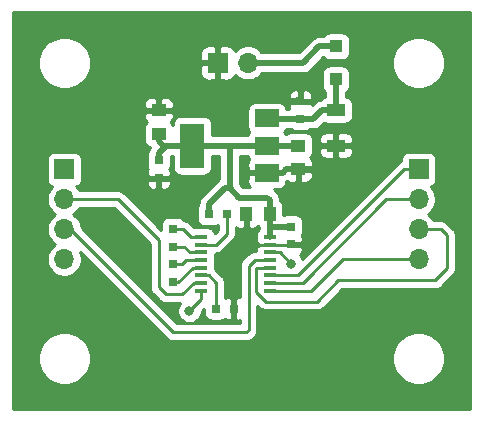
<source format=gtl>
G04 #@! TF.GenerationSoftware,KiCad,Pcbnew,(5.1.10)-1*
G04 #@! TF.CreationDate,2021-07-21T16:10:58+02:00*
G04 #@! TF.ProjectId,rs232-ttl,72733233-322d-4747-946c-2e6b69636164,rev?*
G04 #@! TF.SameCoordinates,Original*
G04 #@! TF.FileFunction,Copper,L1,Top*
G04 #@! TF.FilePolarity,Positive*
%FSLAX46Y46*%
G04 Gerber Fmt 4.6, Leading zero omitted, Abs format (unit mm)*
G04 Created by KiCad (PCBNEW (5.1.10)-1) date 2021-07-21 16:10:58*
%MOMM*%
%LPD*%
G01*
G04 APERTURE LIST*
G04 #@! TA.AperFunction,SMDPad,CuDef*
%ADD10R,1.000000X0.400000*%
G04 #@! TD*
G04 #@! TA.AperFunction,SMDPad,CuDef*
%ADD11R,2.000000X1.500000*%
G04 #@! TD*
G04 #@! TA.AperFunction,SMDPad,CuDef*
%ADD12R,2.000000X3.800000*%
G04 #@! TD*
G04 #@! TA.AperFunction,ComponentPad*
%ADD13O,1.700000X1.700000*%
G04 #@! TD*
G04 #@! TA.AperFunction,ComponentPad*
%ADD14R,1.700000X1.700000*%
G04 #@! TD*
G04 #@! TA.AperFunction,SMDPad,CuDef*
%ADD15R,1.100000X1.100000*%
G04 #@! TD*
G04 #@! TA.AperFunction,SMDPad,CuDef*
%ADD16R,1.000000X1.250000*%
G04 #@! TD*
G04 #@! TA.AperFunction,SMDPad,CuDef*
%ADD17R,1.250000X1.000000*%
G04 #@! TD*
G04 #@! TA.AperFunction,SMDPad,CuDef*
%ADD18R,0.750000X0.800000*%
G04 #@! TD*
G04 #@! TA.AperFunction,SMDPad,CuDef*
%ADD19R,0.800000X0.750000*%
G04 #@! TD*
G04 #@! TA.AperFunction,SMDPad,CuDef*
%ADD20R,1.600000X1.000000*%
G04 #@! TD*
G04 #@! TA.AperFunction,ViaPad*
%ADD21C,0.800000*%
G04 #@! TD*
G04 #@! TA.AperFunction,Conductor*
%ADD22C,0.500000*%
G04 #@! TD*
G04 #@! TA.AperFunction,Conductor*
%ADD23C,0.250000*%
G04 #@! TD*
G04 #@! TA.AperFunction,Conductor*
%ADD24C,0.254000*%
G04 #@! TD*
G04 #@! TA.AperFunction,Conductor*
%ADD25C,0.100000*%
G04 #@! TD*
G04 APERTURE END LIST*
D10*
X66600000Y-134725000D03*
X66600000Y-135375000D03*
X66600000Y-136025000D03*
X66600000Y-136675000D03*
X66600000Y-137325000D03*
X66600000Y-137975000D03*
X66600000Y-138625000D03*
X66600000Y-139275000D03*
X72400000Y-139275000D03*
X72400000Y-138625000D03*
X72400000Y-137975000D03*
X72400000Y-137325000D03*
X72400000Y-136675000D03*
X72400000Y-136025000D03*
X72400000Y-135375000D03*
X72400000Y-134725000D03*
D11*
X72150000Y-129300000D03*
X72150000Y-124700000D03*
X72150000Y-127000000D03*
D12*
X65850000Y-127000000D03*
D13*
X55000000Y-136620000D03*
X55000000Y-134080000D03*
X55000000Y-131540000D03*
D14*
X55000000Y-129000000D03*
D13*
X85000000Y-136620000D03*
X85000000Y-134080000D03*
X85000000Y-131540000D03*
D14*
X85000000Y-129000000D03*
D13*
X70540000Y-120000000D03*
D14*
X68000000Y-120000000D03*
D15*
X78000000Y-121400000D03*
X78000000Y-118600000D03*
D16*
X72400000Y-132800000D03*
X70400000Y-132800000D03*
D17*
X63000000Y-126000000D03*
X63000000Y-124000000D03*
D18*
X74200000Y-135350000D03*
X74200000Y-133850000D03*
D19*
X67850000Y-140800000D03*
X69350000Y-140800000D03*
X68750000Y-132800000D03*
X67250000Y-132800000D03*
D18*
X64200000Y-137050000D03*
X64200000Y-138550000D03*
X64200000Y-134050000D03*
X64200000Y-135550000D03*
D17*
X74800000Y-127000000D03*
X74800000Y-129000000D03*
D18*
X63000000Y-129750000D03*
X63000000Y-128250000D03*
X75000000Y-123250000D03*
X75000000Y-124750000D03*
D20*
X78000000Y-124000000D03*
X78000000Y-127000000D03*
D21*
X68800000Y-136800000D03*
X65800000Y-131000000D03*
X74200000Y-131400000D03*
X77300000Y-128900000D03*
X65800000Y-124000000D03*
X69000000Y-125400000D03*
X76000000Y-121400000D03*
X76000000Y-134600000D03*
X66800000Y-141800000D03*
X71800000Y-141200000D03*
X65800000Y-133200000D03*
X70200000Y-129200000D03*
X64000000Y-140800000D03*
X59800000Y-133600000D03*
X61800000Y-138800000D03*
X51800000Y-135400000D03*
X51800000Y-130400000D03*
X88000000Y-129000000D03*
X88800000Y-136600000D03*
X78800000Y-139600000D03*
X79200000Y-131800000D03*
X80200000Y-122400000D03*
X80200000Y-119000000D03*
X73200000Y-121400000D03*
X63000000Y-122200000D03*
X60600000Y-125200000D03*
X59000000Y-126800000D03*
X60000000Y-140800000D03*
X65600000Y-141000000D03*
X74200000Y-137000000D03*
D22*
X78000000Y-121400000D02*
X78000000Y-124000000D01*
X78000000Y-124000000D02*
X76800000Y-124000000D01*
X76050000Y-124750000D02*
X75000000Y-124750000D01*
X76800000Y-124000000D02*
X76050000Y-124750000D01*
X72200000Y-124750000D02*
X72150000Y-124700000D01*
X75000000Y-124750000D02*
X72200000Y-124750000D01*
X75000000Y-123250000D02*
X69250000Y-123250000D01*
X68000000Y-122000000D02*
X68000000Y-120000000D01*
X72150000Y-129300000D02*
X73500000Y-129300000D01*
X73800000Y-129000000D02*
X74800000Y-129000000D01*
X73500000Y-129300000D02*
X73800000Y-129000000D01*
X74800000Y-129000000D02*
X77200000Y-129000000D01*
X78000000Y-128200000D02*
X78000000Y-127000000D01*
X77200000Y-129000000D02*
X77300000Y-128900000D01*
D23*
X74175000Y-135375000D02*
X74200000Y-135350000D01*
X72400000Y-135375000D02*
X74175000Y-135375000D01*
X72400000Y-135375000D02*
X70975000Y-135375000D01*
X70400000Y-134800000D02*
X70400000Y-132800000D01*
X70975000Y-135375000D02*
X70400000Y-134800000D01*
X69350000Y-135850000D02*
X70400000Y-134800000D01*
X69350000Y-140800000D02*
X69350000Y-135850000D01*
X74200000Y-135350000D02*
X75050000Y-135350000D01*
X75050000Y-135350000D02*
X75400000Y-135000000D01*
X75400000Y-135000000D02*
X75400000Y-132000000D01*
X74800000Y-131400000D02*
X74800000Y-129000000D01*
X75400000Y-132000000D02*
X74800000Y-131400000D01*
X78000000Y-127000000D02*
X79600000Y-127000000D01*
X79600000Y-127000000D02*
X80200000Y-126400000D01*
X80200000Y-126400000D02*
X80200000Y-122400000D01*
X80200000Y-117400000D02*
X79800000Y-117000000D01*
X79800000Y-117000000D02*
X69000000Y-117000000D01*
X68000000Y-118000000D02*
X68000000Y-120000000D01*
X69000000Y-117000000D02*
X68000000Y-118000000D01*
X66800000Y-124000000D02*
X68400000Y-122400000D01*
X63000000Y-124000000D02*
X65800000Y-124000000D01*
D22*
X68400000Y-122400000D02*
X68000000Y-122000000D01*
X69250000Y-123250000D02*
X68400000Y-122400000D01*
D23*
X63000000Y-129750000D02*
X62350000Y-129750000D01*
X62350000Y-129750000D02*
X61200000Y-128600000D01*
X61200000Y-128600000D02*
X61200000Y-124800000D01*
X62000000Y-124000000D02*
X63000000Y-124000000D01*
X61200000Y-124800000D02*
X62000000Y-124000000D01*
D22*
X77300000Y-128900000D02*
X78000000Y-128200000D01*
D23*
X65800000Y-124000000D02*
X66800000Y-124000000D01*
X80200000Y-122400000D02*
X80200000Y-119000000D01*
X80200000Y-119000000D02*
X80200000Y-117400000D01*
D22*
X74800000Y-127000000D02*
X72150000Y-127000000D01*
X69000000Y-127000000D02*
X69000000Y-130600000D01*
X72150000Y-127000000D02*
X69000000Y-127000000D01*
X69000000Y-127000000D02*
X65850000Y-127000000D01*
X69000000Y-130600000D02*
X69800000Y-131400000D01*
X69800000Y-131400000D02*
X72200000Y-131400000D01*
X72400000Y-131600000D02*
X72400000Y-132800000D01*
X72200000Y-131400000D02*
X72400000Y-131600000D01*
X72450000Y-133850000D02*
X72400000Y-133800000D01*
X74200000Y-133850000D02*
X72450000Y-133850000D01*
X72400000Y-133800000D02*
X72400000Y-134725000D01*
X72400000Y-132800000D02*
X72400000Y-133800000D01*
X67250000Y-132800000D02*
X67250000Y-131950000D01*
X68600000Y-130600000D02*
X69000000Y-130600000D01*
X67250000Y-131950000D02*
X68600000Y-130600000D01*
X65850000Y-127000000D02*
X63400000Y-127000000D01*
X63000000Y-126600000D02*
X63000000Y-126000000D01*
X63400000Y-127000000D02*
X63000000Y-126600000D01*
X65850000Y-127000000D02*
X63600000Y-127000000D01*
X63000000Y-127600000D02*
X63000000Y-128250000D01*
X63600000Y-127000000D02*
X63000000Y-127600000D01*
D23*
X64200000Y-134050000D02*
X65050000Y-134050000D01*
X65725000Y-134725000D02*
X66600000Y-134725000D01*
X65050000Y-134050000D02*
X65725000Y-134725000D01*
X66600000Y-136025000D02*
X65625000Y-136025000D01*
X65150000Y-135550000D02*
X64200000Y-135550000D01*
X65625000Y-136025000D02*
X65150000Y-135550000D01*
X64200000Y-137050000D02*
X64950000Y-137050000D01*
X65325000Y-136675000D02*
X66600000Y-136675000D01*
X64950000Y-137050000D02*
X65325000Y-136675000D01*
X64200000Y-138550000D02*
X64650000Y-138550000D01*
X65875000Y-137325000D02*
X66600000Y-137325000D01*
X64650000Y-138550000D02*
X65875000Y-137325000D01*
X66600000Y-135375000D02*
X67825000Y-135375000D01*
X68750000Y-134450000D02*
X68750000Y-132800000D01*
X67825000Y-135375000D02*
X68750000Y-134450000D01*
X67235002Y-137975000D02*
X66600000Y-137975000D01*
X67850000Y-138589998D02*
X67235002Y-137975000D01*
X67850000Y-140800000D02*
X67850000Y-138589998D01*
D22*
X70540000Y-120000000D02*
X75200000Y-120000000D01*
X76600000Y-118600000D02*
X78000000Y-118600000D01*
X75200000Y-120000000D02*
X76600000Y-118600000D01*
D23*
X72400000Y-139275000D02*
X75925000Y-139275000D01*
X78580000Y-136620000D02*
X85000000Y-136620000D01*
X75925000Y-139275000D02*
X78580000Y-136620000D01*
X72400000Y-137325000D02*
X71275000Y-137325000D01*
X71275000Y-137325000D02*
X71200000Y-137400000D01*
X71200000Y-139360002D02*
X72039998Y-140200000D01*
X71200000Y-137400000D02*
X71200000Y-139360002D01*
X72039998Y-140200000D02*
X76400000Y-140200000D01*
X76400000Y-140200000D02*
X78200000Y-138400000D01*
X78200000Y-138400000D02*
X86400000Y-138400000D01*
X86400000Y-138400000D02*
X87400000Y-137400000D01*
X87400000Y-137400000D02*
X87400000Y-134600000D01*
X86880000Y-134080000D02*
X85000000Y-134080000D01*
X87400000Y-134600000D02*
X86880000Y-134080000D01*
X72400000Y-138625000D02*
X75175000Y-138625000D01*
X82260000Y-131540000D02*
X85000000Y-131540000D01*
X75175000Y-138625000D02*
X82260000Y-131540000D01*
X72400000Y-137975000D02*
X74825000Y-137975000D01*
X83800000Y-129000000D02*
X85000000Y-129000000D01*
X74825000Y-137975000D02*
X83800000Y-129000000D01*
X66600000Y-140000000D02*
X65600000Y-141000000D01*
X66600000Y-139275000D02*
X66600000Y-140000000D01*
X72400000Y-136675000D02*
X71125000Y-136675000D01*
X71125000Y-136675000D02*
X70600000Y-137200000D01*
X70600000Y-137200000D02*
X70600000Y-142600000D01*
X70600000Y-142600000D02*
X70400000Y-142800000D01*
X70400000Y-142800000D02*
X64200000Y-142800000D01*
X55480000Y-134080000D02*
X55000000Y-134080000D01*
X64200000Y-142800000D02*
X55480000Y-134080000D01*
X66600000Y-138625000D02*
X65975000Y-138625000D01*
X65975000Y-138625000D02*
X65000000Y-139600000D01*
X65000000Y-139600000D02*
X63600000Y-139600000D01*
X63600000Y-139600000D02*
X63000000Y-139000000D01*
X63000000Y-139000000D02*
X63000000Y-135000000D01*
X59540000Y-131540000D02*
X55000000Y-131540000D01*
X63000000Y-135000000D02*
X59540000Y-131540000D01*
X73225000Y-136025000D02*
X74200000Y-137000000D01*
X72400000Y-136025000D02*
X73225000Y-136025000D01*
D24*
X89340001Y-149340000D02*
X50660000Y-149340000D01*
X50660000Y-144779872D01*
X52765000Y-144779872D01*
X52765000Y-145220128D01*
X52850890Y-145651925D01*
X53019369Y-146058669D01*
X53263962Y-146424729D01*
X53575271Y-146736038D01*
X53941331Y-146980631D01*
X54348075Y-147149110D01*
X54779872Y-147235000D01*
X55220128Y-147235000D01*
X55651925Y-147149110D01*
X56058669Y-146980631D01*
X56424729Y-146736038D01*
X56736038Y-146424729D01*
X56980631Y-146058669D01*
X57149110Y-145651925D01*
X57235000Y-145220128D01*
X57235000Y-144779872D01*
X82765000Y-144779872D01*
X82765000Y-145220128D01*
X82850890Y-145651925D01*
X83019369Y-146058669D01*
X83263962Y-146424729D01*
X83575271Y-146736038D01*
X83941331Y-146980631D01*
X84348075Y-147149110D01*
X84779872Y-147235000D01*
X85220128Y-147235000D01*
X85651925Y-147149110D01*
X86058669Y-146980631D01*
X86424729Y-146736038D01*
X86736038Y-146424729D01*
X86980631Y-146058669D01*
X87149110Y-145651925D01*
X87235000Y-145220128D01*
X87235000Y-144779872D01*
X87149110Y-144348075D01*
X86980631Y-143941331D01*
X86736038Y-143575271D01*
X86424729Y-143263962D01*
X86058669Y-143019369D01*
X85651925Y-142850890D01*
X85220128Y-142765000D01*
X84779872Y-142765000D01*
X84348075Y-142850890D01*
X83941331Y-143019369D01*
X83575271Y-143263962D01*
X83263962Y-143575271D01*
X83019369Y-143941331D01*
X82850890Y-144348075D01*
X82765000Y-144779872D01*
X57235000Y-144779872D01*
X57149110Y-144348075D01*
X56980631Y-143941331D01*
X56736038Y-143575271D01*
X56424729Y-143263962D01*
X56058669Y-143019369D01*
X55651925Y-142850890D01*
X55220128Y-142765000D01*
X54779872Y-142765000D01*
X54348075Y-142850890D01*
X53941331Y-143019369D01*
X53575271Y-143263962D01*
X53263962Y-143575271D01*
X53019369Y-143941331D01*
X52850890Y-144348075D01*
X52765000Y-144779872D01*
X50660000Y-144779872D01*
X50660000Y-128150000D01*
X53511928Y-128150000D01*
X53511928Y-129850000D01*
X53524188Y-129974482D01*
X53560498Y-130094180D01*
X53619463Y-130204494D01*
X53698815Y-130301185D01*
X53795506Y-130380537D01*
X53905820Y-130439502D01*
X53978380Y-130461513D01*
X53846525Y-130593368D01*
X53684010Y-130836589D01*
X53572068Y-131106842D01*
X53515000Y-131393740D01*
X53515000Y-131686260D01*
X53572068Y-131973158D01*
X53684010Y-132243411D01*
X53846525Y-132486632D01*
X54053368Y-132693475D01*
X54227760Y-132810000D01*
X54053368Y-132926525D01*
X53846525Y-133133368D01*
X53684010Y-133376589D01*
X53572068Y-133646842D01*
X53515000Y-133933740D01*
X53515000Y-134226260D01*
X53572068Y-134513158D01*
X53684010Y-134783411D01*
X53846525Y-135026632D01*
X54053368Y-135233475D01*
X54227760Y-135350000D01*
X54053368Y-135466525D01*
X53846525Y-135673368D01*
X53684010Y-135916589D01*
X53572068Y-136186842D01*
X53515000Y-136473740D01*
X53515000Y-136766260D01*
X53572068Y-137053158D01*
X53684010Y-137323411D01*
X53846525Y-137566632D01*
X54053368Y-137773475D01*
X54296589Y-137935990D01*
X54566842Y-138047932D01*
X54853740Y-138105000D01*
X55146260Y-138105000D01*
X55433158Y-138047932D01*
X55703411Y-137935990D01*
X55946632Y-137773475D01*
X56153475Y-137566632D01*
X56315990Y-137323411D01*
X56427932Y-137053158D01*
X56485000Y-136766260D01*
X56485000Y-136473740D01*
X56427932Y-136186842D01*
X56368458Y-136043260D01*
X63636201Y-143311003D01*
X63659999Y-143340001D01*
X63775724Y-143434974D01*
X63907753Y-143505546D01*
X64051014Y-143549003D01*
X64162667Y-143560000D01*
X64162676Y-143560000D01*
X64199999Y-143563676D01*
X64237322Y-143560000D01*
X70362678Y-143560000D01*
X70400000Y-143563676D01*
X70437322Y-143560000D01*
X70437333Y-143560000D01*
X70548986Y-143549003D01*
X70692247Y-143505546D01*
X70824276Y-143434974D01*
X70940001Y-143340001D01*
X70963804Y-143310997D01*
X71110997Y-143163804D01*
X71140001Y-143140001D01*
X71234974Y-143024276D01*
X71305546Y-142892247D01*
X71349003Y-142748986D01*
X71360000Y-142637333D01*
X71360000Y-142637325D01*
X71363676Y-142600000D01*
X71360000Y-142562675D01*
X71360000Y-140594804D01*
X71476199Y-140711003D01*
X71499997Y-140740001D01*
X71528995Y-140763799D01*
X71615722Y-140834974D01*
X71747751Y-140905546D01*
X71891012Y-140949003D01*
X72039998Y-140963677D01*
X72077331Y-140960000D01*
X76362678Y-140960000D01*
X76400000Y-140963676D01*
X76437322Y-140960000D01*
X76437333Y-140960000D01*
X76548986Y-140949003D01*
X76692247Y-140905546D01*
X76824276Y-140834974D01*
X76940001Y-140740001D01*
X76963803Y-140710998D01*
X78514803Y-139160000D01*
X86362678Y-139160000D01*
X86400000Y-139163676D01*
X86437322Y-139160000D01*
X86437333Y-139160000D01*
X86548986Y-139149003D01*
X86692247Y-139105546D01*
X86824276Y-139034974D01*
X86940001Y-138940001D01*
X86963804Y-138910998D01*
X87911004Y-137963798D01*
X87940001Y-137940001D01*
X88034974Y-137824276D01*
X88105546Y-137692247D01*
X88149003Y-137548986D01*
X88160000Y-137437333D01*
X88160000Y-137437332D01*
X88163677Y-137400000D01*
X88160000Y-137362667D01*
X88160000Y-134637322D01*
X88163676Y-134599999D01*
X88160000Y-134562676D01*
X88160000Y-134562667D01*
X88149003Y-134451014D01*
X88105546Y-134307753D01*
X88074676Y-134250000D01*
X88034974Y-134175723D01*
X87966332Y-134092083D01*
X87940001Y-134059999D01*
X87911002Y-134036200D01*
X87443803Y-133569002D01*
X87420001Y-133539999D01*
X87304276Y-133445026D01*
X87172247Y-133374454D01*
X87028986Y-133330997D01*
X86917333Y-133320000D01*
X86917322Y-133320000D01*
X86880000Y-133316324D01*
X86842678Y-133320000D01*
X86278178Y-133320000D01*
X86153475Y-133133368D01*
X85946632Y-132926525D01*
X85772240Y-132810000D01*
X85946632Y-132693475D01*
X86153475Y-132486632D01*
X86315990Y-132243411D01*
X86427932Y-131973158D01*
X86485000Y-131686260D01*
X86485000Y-131393740D01*
X86427932Y-131106842D01*
X86315990Y-130836589D01*
X86153475Y-130593368D01*
X86021620Y-130461513D01*
X86094180Y-130439502D01*
X86204494Y-130380537D01*
X86301185Y-130301185D01*
X86380537Y-130204494D01*
X86439502Y-130094180D01*
X86475812Y-129974482D01*
X86488072Y-129850000D01*
X86488072Y-128150000D01*
X86475812Y-128025518D01*
X86439502Y-127905820D01*
X86380537Y-127795506D01*
X86301185Y-127698815D01*
X86204494Y-127619463D01*
X86094180Y-127560498D01*
X85974482Y-127524188D01*
X85850000Y-127511928D01*
X84150000Y-127511928D01*
X84025518Y-127524188D01*
X83905820Y-127560498D01*
X83795506Y-127619463D01*
X83698815Y-127698815D01*
X83619463Y-127795506D01*
X83560498Y-127905820D01*
X83524188Y-128025518D01*
X83511928Y-128150000D01*
X83511928Y-128293188D01*
X83507753Y-128294454D01*
X83375724Y-128365026D01*
X83259999Y-128459999D01*
X83236201Y-128488997D01*
X75145982Y-136579217D01*
X75117205Y-136509744D01*
X75003937Y-136340226D01*
X74937598Y-136273887D01*
X75026185Y-136201185D01*
X75105537Y-136104494D01*
X75164502Y-135994180D01*
X75200812Y-135874482D01*
X75213072Y-135750000D01*
X75210000Y-135635750D01*
X75051250Y-135477000D01*
X74327000Y-135477000D01*
X74327000Y-135497000D01*
X74073000Y-135497000D01*
X74073000Y-135477000D01*
X74053000Y-135477000D01*
X74053000Y-135223000D01*
X74073000Y-135223000D01*
X74073000Y-135203000D01*
X74327000Y-135203000D01*
X74327000Y-135223000D01*
X75051250Y-135223000D01*
X75210000Y-135064250D01*
X75213072Y-134950000D01*
X75200812Y-134825518D01*
X75164502Y-134705820D01*
X75107939Y-134600000D01*
X75164502Y-134494180D01*
X75200812Y-134374482D01*
X75213072Y-134250000D01*
X75213072Y-133450000D01*
X75200812Y-133325518D01*
X75164502Y-133205820D01*
X75105537Y-133095506D01*
X75026185Y-132998815D01*
X74929494Y-132919463D01*
X74819180Y-132860498D01*
X74699482Y-132824188D01*
X74575000Y-132811928D01*
X73825000Y-132811928D01*
X73700518Y-132824188D01*
X73580820Y-132860498D01*
X73538072Y-132883348D01*
X73538072Y-132175000D01*
X73525812Y-132050518D01*
X73489502Y-131930820D01*
X73430537Y-131820506D01*
X73351185Y-131723815D01*
X73285000Y-131669499D01*
X73285000Y-131643469D01*
X73289281Y-131600000D01*
X73285000Y-131556531D01*
X73285000Y-131556523D01*
X73272195Y-131426510D01*
X73221589Y-131259687D01*
X73139411Y-131105941D01*
X73028817Y-130971183D01*
X72995045Y-130943467D01*
X72856534Y-130804956D01*
X72828817Y-130771183D01*
X72725321Y-130686245D01*
X73150000Y-130688072D01*
X73274482Y-130675812D01*
X73394180Y-130639502D01*
X73504494Y-130580537D01*
X73601185Y-130501185D01*
X73680537Y-130404494D01*
X73739502Y-130294180D01*
X73775812Y-130174482D01*
X73788072Y-130050000D01*
X73787765Y-130003668D01*
X73820506Y-130030537D01*
X73930820Y-130089502D01*
X74050518Y-130125812D01*
X74175000Y-130138072D01*
X74514250Y-130135000D01*
X74673000Y-129976250D01*
X74673000Y-129127000D01*
X74927000Y-129127000D01*
X74927000Y-129976250D01*
X75085750Y-130135000D01*
X75425000Y-130138072D01*
X75549482Y-130125812D01*
X75669180Y-130089502D01*
X75779494Y-130030537D01*
X75876185Y-129951185D01*
X75955537Y-129854494D01*
X76014502Y-129744180D01*
X76050812Y-129624482D01*
X76063072Y-129500000D01*
X76060000Y-129285750D01*
X75901250Y-129127000D01*
X74927000Y-129127000D01*
X74673000Y-129127000D01*
X74653000Y-129127000D01*
X74653000Y-128873000D01*
X74673000Y-128873000D01*
X74673000Y-128853000D01*
X74927000Y-128853000D01*
X74927000Y-128873000D01*
X75901250Y-128873000D01*
X76060000Y-128714250D01*
X76063072Y-128500000D01*
X76050812Y-128375518D01*
X76014502Y-128255820D01*
X75955537Y-128145506D01*
X75876185Y-128048815D01*
X75816704Y-128000000D01*
X75876185Y-127951185D01*
X75955537Y-127854494D01*
X76014502Y-127744180D01*
X76050812Y-127624482D01*
X76063072Y-127500000D01*
X76561928Y-127500000D01*
X76574188Y-127624482D01*
X76610498Y-127744180D01*
X76669463Y-127854494D01*
X76748815Y-127951185D01*
X76845506Y-128030537D01*
X76955820Y-128089502D01*
X77075518Y-128125812D01*
X77200000Y-128138072D01*
X77714250Y-128135000D01*
X77873000Y-127976250D01*
X77873000Y-127127000D01*
X78127000Y-127127000D01*
X78127000Y-127976250D01*
X78285750Y-128135000D01*
X78800000Y-128138072D01*
X78924482Y-128125812D01*
X79044180Y-128089502D01*
X79154494Y-128030537D01*
X79251185Y-127951185D01*
X79330537Y-127854494D01*
X79389502Y-127744180D01*
X79425812Y-127624482D01*
X79438072Y-127500000D01*
X79435000Y-127285750D01*
X79276250Y-127127000D01*
X78127000Y-127127000D01*
X77873000Y-127127000D01*
X76723750Y-127127000D01*
X76565000Y-127285750D01*
X76561928Y-127500000D01*
X76063072Y-127500000D01*
X76063072Y-126500000D01*
X76561928Y-126500000D01*
X76565000Y-126714250D01*
X76723750Y-126873000D01*
X77873000Y-126873000D01*
X77873000Y-126023750D01*
X78127000Y-126023750D01*
X78127000Y-126873000D01*
X79276250Y-126873000D01*
X79435000Y-126714250D01*
X79438072Y-126500000D01*
X79425812Y-126375518D01*
X79389502Y-126255820D01*
X79330537Y-126145506D01*
X79251185Y-126048815D01*
X79154494Y-125969463D01*
X79044180Y-125910498D01*
X78924482Y-125874188D01*
X78800000Y-125861928D01*
X78285750Y-125865000D01*
X78127000Y-126023750D01*
X77873000Y-126023750D01*
X77714250Y-125865000D01*
X77200000Y-125861928D01*
X77075518Y-125874188D01*
X76955820Y-125910498D01*
X76845506Y-125969463D01*
X76748815Y-126048815D01*
X76669463Y-126145506D01*
X76610498Y-126255820D01*
X76574188Y-126375518D01*
X76561928Y-126500000D01*
X76063072Y-126500000D01*
X76050812Y-126375518D01*
X76014502Y-126255820D01*
X75955537Y-126145506D01*
X75876185Y-126048815D01*
X75779494Y-125969463D01*
X75669180Y-125910498D01*
X75549482Y-125874188D01*
X75425000Y-125861928D01*
X74175000Y-125861928D01*
X74050518Y-125874188D01*
X73930820Y-125910498D01*
X73820506Y-125969463D01*
X73746818Y-126029937D01*
X73739502Y-126005820D01*
X73680537Y-125895506D01*
X73643191Y-125850000D01*
X73680537Y-125804494D01*
X73739502Y-125694180D01*
X73757454Y-125635000D01*
X74215019Y-125635000D01*
X74270506Y-125680537D01*
X74380820Y-125739502D01*
X74500518Y-125775812D01*
X74625000Y-125788072D01*
X75375000Y-125788072D01*
X75499482Y-125775812D01*
X75619180Y-125739502D01*
X75729494Y-125680537D01*
X75784981Y-125635000D01*
X76006531Y-125635000D01*
X76050000Y-125639281D01*
X76093469Y-125635000D01*
X76093477Y-125635000D01*
X76223490Y-125622195D01*
X76390313Y-125571589D01*
X76544059Y-125489411D01*
X76678817Y-125378817D01*
X76706534Y-125345044D01*
X76960620Y-125090958D01*
X77075518Y-125125812D01*
X77200000Y-125138072D01*
X78800000Y-125138072D01*
X78924482Y-125125812D01*
X79044180Y-125089502D01*
X79154494Y-125030537D01*
X79251185Y-124951185D01*
X79330537Y-124854494D01*
X79389502Y-124744180D01*
X79425812Y-124624482D01*
X79438072Y-124500000D01*
X79438072Y-123500000D01*
X79425812Y-123375518D01*
X79389502Y-123255820D01*
X79330537Y-123145506D01*
X79251185Y-123048815D01*
X79154494Y-122969463D01*
X79044180Y-122910498D01*
X78924482Y-122874188D01*
X78885000Y-122870299D01*
X78885000Y-122490957D01*
X78904494Y-122480537D01*
X79001185Y-122401185D01*
X79080537Y-122304494D01*
X79139502Y-122194180D01*
X79175812Y-122074482D01*
X79188072Y-121950000D01*
X79188072Y-120850000D01*
X79175812Y-120725518D01*
X79139502Y-120605820D01*
X79080537Y-120495506D01*
X79001185Y-120398815D01*
X78904494Y-120319463D01*
X78794180Y-120260498D01*
X78674482Y-120224188D01*
X78550000Y-120211928D01*
X77450000Y-120211928D01*
X77325518Y-120224188D01*
X77205820Y-120260498D01*
X77095506Y-120319463D01*
X76998815Y-120398815D01*
X76919463Y-120495506D01*
X76860498Y-120605820D01*
X76824188Y-120725518D01*
X76811928Y-120850000D01*
X76811928Y-121950000D01*
X76824188Y-122074482D01*
X76860498Y-122194180D01*
X76919463Y-122304494D01*
X76998815Y-122401185D01*
X77095506Y-122480537D01*
X77115000Y-122490957D01*
X77115001Y-122870299D01*
X77075518Y-122874188D01*
X76955820Y-122910498D01*
X76845506Y-122969463D01*
X76748815Y-123048815D01*
X76689044Y-123121646D01*
X76626510Y-123127805D01*
X76459687Y-123178411D01*
X76305941Y-123260589D01*
X76305939Y-123260590D01*
X76305940Y-123260590D01*
X76204953Y-123343468D01*
X76204951Y-123343470D01*
X76171183Y-123371183D01*
X76143470Y-123404951D01*
X76010070Y-123538351D01*
X76010000Y-123535750D01*
X75851250Y-123377000D01*
X75127000Y-123377000D01*
X75127000Y-123397000D01*
X74873000Y-123397000D01*
X74873000Y-123377000D01*
X74148750Y-123377000D01*
X73990000Y-123535750D01*
X73986928Y-123650000D01*
X73999188Y-123774482D01*
X74026646Y-123865000D01*
X73779701Y-123865000D01*
X73775812Y-123825518D01*
X73739502Y-123705820D01*
X73680537Y-123595506D01*
X73601185Y-123498815D01*
X73504494Y-123419463D01*
X73394180Y-123360498D01*
X73274482Y-123324188D01*
X73150000Y-123311928D01*
X71150000Y-123311928D01*
X71025518Y-123324188D01*
X70905820Y-123360498D01*
X70795506Y-123419463D01*
X70698815Y-123498815D01*
X70619463Y-123595506D01*
X70560498Y-123705820D01*
X70524188Y-123825518D01*
X70511928Y-123950000D01*
X70511928Y-125450000D01*
X70524188Y-125574482D01*
X70560498Y-125694180D01*
X70619463Y-125804494D01*
X70656809Y-125850000D01*
X70619463Y-125895506D01*
X70560498Y-126005820D01*
X70527379Y-126115000D01*
X69043476Y-126115000D01*
X69000000Y-126110718D01*
X68956523Y-126115000D01*
X67488072Y-126115000D01*
X67488072Y-125100000D01*
X67475812Y-124975518D01*
X67439502Y-124855820D01*
X67380537Y-124745506D01*
X67301185Y-124648815D01*
X67204494Y-124569463D01*
X67094180Y-124510498D01*
X66974482Y-124474188D01*
X66850000Y-124461928D01*
X64850000Y-124461928D01*
X64725518Y-124474188D01*
X64605820Y-124510498D01*
X64495506Y-124569463D01*
X64398815Y-124648815D01*
X64319463Y-124745506D01*
X64260498Y-124855820D01*
X64224188Y-124975518D01*
X64211928Y-125100000D01*
X64211928Y-125251004D01*
X64155537Y-125145506D01*
X64076185Y-125048815D01*
X64016704Y-125000000D01*
X64076185Y-124951185D01*
X64155537Y-124854494D01*
X64214502Y-124744180D01*
X64250812Y-124624482D01*
X64263072Y-124500000D01*
X64260000Y-124285750D01*
X64101250Y-124127000D01*
X63127000Y-124127000D01*
X63127000Y-124147000D01*
X62873000Y-124147000D01*
X62873000Y-124127000D01*
X61898750Y-124127000D01*
X61740000Y-124285750D01*
X61736928Y-124500000D01*
X61749188Y-124624482D01*
X61785498Y-124744180D01*
X61844463Y-124854494D01*
X61923815Y-124951185D01*
X61983296Y-125000000D01*
X61923815Y-125048815D01*
X61844463Y-125145506D01*
X61785498Y-125255820D01*
X61749188Y-125375518D01*
X61736928Y-125500000D01*
X61736928Y-126500000D01*
X61749188Y-126624482D01*
X61785498Y-126744180D01*
X61844463Y-126854494D01*
X61923815Y-126951185D01*
X62020506Y-127030537D01*
X62130820Y-127089502D01*
X62250045Y-127125669D01*
X62178411Y-127259688D01*
X62153953Y-127340314D01*
X62136207Y-127398815D01*
X62127805Y-127426511D01*
X62124630Y-127458747D01*
X62094463Y-127495506D01*
X62035498Y-127605820D01*
X61999188Y-127725518D01*
X61986928Y-127850000D01*
X61986928Y-128650000D01*
X61999188Y-128774482D01*
X62035498Y-128894180D01*
X62092061Y-129000000D01*
X62035498Y-129105820D01*
X61999188Y-129225518D01*
X61986928Y-129350000D01*
X61990000Y-129464250D01*
X62148750Y-129623000D01*
X62873000Y-129623000D01*
X62873000Y-129603000D01*
X63127000Y-129603000D01*
X63127000Y-129623000D01*
X63851250Y-129623000D01*
X64010000Y-129464250D01*
X64013072Y-129350000D01*
X64000812Y-129225518D01*
X63964502Y-129105820D01*
X63907939Y-129000000D01*
X63964502Y-128894180D01*
X64000812Y-128774482D01*
X64013072Y-128650000D01*
X64013072Y-127885000D01*
X64211928Y-127885000D01*
X64211928Y-128900000D01*
X64224188Y-129024482D01*
X64260498Y-129144180D01*
X64319463Y-129254494D01*
X64398815Y-129351185D01*
X64495506Y-129430537D01*
X64605820Y-129489502D01*
X64725518Y-129525812D01*
X64850000Y-129538072D01*
X66850000Y-129538072D01*
X66974482Y-129525812D01*
X67094180Y-129489502D01*
X67204494Y-129430537D01*
X67301185Y-129351185D01*
X67380537Y-129254494D01*
X67439502Y-129144180D01*
X67475812Y-129024482D01*
X67488072Y-128900000D01*
X67488072Y-127885000D01*
X68115000Y-127885000D01*
X68115001Y-129855746D01*
X68105941Y-129860589D01*
X68105939Y-129860590D01*
X68105940Y-129860590D01*
X68004953Y-129943468D01*
X68004951Y-129943470D01*
X67971183Y-129971183D01*
X67943470Y-130004951D01*
X66654951Y-131293471D01*
X66621184Y-131321183D01*
X66593471Y-131354951D01*
X66593468Y-131354954D01*
X66510590Y-131455941D01*
X66428412Y-131609687D01*
X66377805Y-131776510D01*
X66375572Y-131799188D01*
X66365000Y-131906523D01*
X66365000Y-131906531D01*
X66360719Y-131950000D01*
X66365000Y-131993469D01*
X66365000Y-132015019D01*
X66319463Y-132070506D01*
X66260498Y-132180820D01*
X66224188Y-132300518D01*
X66211928Y-132425000D01*
X66211928Y-133175000D01*
X66224188Y-133299482D01*
X66260498Y-133419180D01*
X66319463Y-133529494D01*
X66398815Y-133626185D01*
X66495506Y-133705537D01*
X66605820Y-133764502D01*
X66725518Y-133800812D01*
X66850000Y-133813072D01*
X67650000Y-133813072D01*
X67774482Y-133800812D01*
X67894180Y-133764502D01*
X67990000Y-133713284D01*
X67990000Y-134135198D01*
X67725549Y-134399650D01*
X67689502Y-134280820D01*
X67630537Y-134170506D01*
X67551185Y-134073815D01*
X67454494Y-133994463D01*
X67344180Y-133935498D01*
X67224482Y-133899188D01*
X67100000Y-133886928D01*
X66100000Y-133886928D01*
X65975518Y-133899188D01*
X65974345Y-133899544D01*
X65613803Y-133539002D01*
X65590001Y-133509999D01*
X65474276Y-133415026D01*
X65342247Y-133344454D01*
X65198986Y-133300997D01*
X65102222Y-133291466D01*
X65026185Y-133198815D01*
X64929494Y-133119463D01*
X64819180Y-133060498D01*
X64699482Y-133024188D01*
X64575000Y-133011928D01*
X63825000Y-133011928D01*
X63700518Y-133024188D01*
X63580820Y-133060498D01*
X63470506Y-133119463D01*
X63373815Y-133198815D01*
X63294463Y-133295506D01*
X63235498Y-133405820D01*
X63199188Y-133525518D01*
X63186928Y-133650000D01*
X63186928Y-134112126D01*
X60103804Y-131029003D01*
X60080001Y-130999999D01*
X59964276Y-130905026D01*
X59832247Y-130834454D01*
X59688986Y-130790997D01*
X59577333Y-130780000D01*
X59577322Y-130780000D01*
X59540000Y-130776324D01*
X59502678Y-130780000D01*
X56278178Y-130780000D01*
X56153475Y-130593368D01*
X56021620Y-130461513D01*
X56094180Y-130439502D01*
X56204494Y-130380537D01*
X56301185Y-130301185D01*
X56380537Y-130204494D01*
X56409665Y-130150000D01*
X61986928Y-130150000D01*
X61999188Y-130274482D01*
X62035498Y-130394180D01*
X62094463Y-130504494D01*
X62173815Y-130601185D01*
X62270506Y-130680537D01*
X62380820Y-130739502D01*
X62500518Y-130775812D01*
X62625000Y-130788072D01*
X62714250Y-130785000D01*
X62873000Y-130626250D01*
X62873000Y-129877000D01*
X63127000Y-129877000D01*
X63127000Y-130626250D01*
X63285750Y-130785000D01*
X63375000Y-130788072D01*
X63499482Y-130775812D01*
X63619180Y-130739502D01*
X63729494Y-130680537D01*
X63826185Y-130601185D01*
X63905537Y-130504494D01*
X63964502Y-130394180D01*
X64000812Y-130274482D01*
X64013072Y-130150000D01*
X64010000Y-130035750D01*
X63851250Y-129877000D01*
X63127000Y-129877000D01*
X62873000Y-129877000D01*
X62148750Y-129877000D01*
X61990000Y-130035750D01*
X61986928Y-130150000D01*
X56409665Y-130150000D01*
X56439502Y-130094180D01*
X56475812Y-129974482D01*
X56488072Y-129850000D01*
X56488072Y-128150000D01*
X56475812Y-128025518D01*
X56439502Y-127905820D01*
X56380537Y-127795506D01*
X56301185Y-127698815D01*
X56204494Y-127619463D01*
X56094180Y-127560498D01*
X55974482Y-127524188D01*
X55850000Y-127511928D01*
X54150000Y-127511928D01*
X54025518Y-127524188D01*
X53905820Y-127560498D01*
X53795506Y-127619463D01*
X53698815Y-127698815D01*
X53619463Y-127795506D01*
X53560498Y-127905820D01*
X53524188Y-128025518D01*
X53511928Y-128150000D01*
X50660000Y-128150000D01*
X50660000Y-123500000D01*
X61736928Y-123500000D01*
X61740000Y-123714250D01*
X61898750Y-123873000D01*
X62873000Y-123873000D01*
X62873000Y-123023750D01*
X63127000Y-123023750D01*
X63127000Y-123873000D01*
X64101250Y-123873000D01*
X64260000Y-123714250D01*
X64263072Y-123500000D01*
X64250812Y-123375518D01*
X64214502Y-123255820D01*
X64155537Y-123145506D01*
X64076185Y-123048815D01*
X63979494Y-122969463D01*
X63869180Y-122910498D01*
X63749482Y-122874188D01*
X63625000Y-122861928D01*
X63285750Y-122865000D01*
X63127000Y-123023750D01*
X62873000Y-123023750D01*
X62714250Y-122865000D01*
X62375000Y-122861928D01*
X62250518Y-122874188D01*
X62130820Y-122910498D01*
X62020506Y-122969463D01*
X61923815Y-123048815D01*
X61844463Y-123145506D01*
X61785498Y-123255820D01*
X61749188Y-123375518D01*
X61736928Y-123500000D01*
X50660000Y-123500000D01*
X50660000Y-122850000D01*
X73986928Y-122850000D01*
X73990000Y-122964250D01*
X74148750Y-123123000D01*
X74873000Y-123123000D01*
X74873000Y-122373750D01*
X75127000Y-122373750D01*
X75127000Y-123123000D01*
X75851250Y-123123000D01*
X76010000Y-122964250D01*
X76013072Y-122850000D01*
X76000812Y-122725518D01*
X75964502Y-122605820D01*
X75905537Y-122495506D01*
X75826185Y-122398815D01*
X75729494Y-122319463D01*
X75619180Y-122260498D01*
X75499482Y-122224188D01*
X75375000Y-122211928D01*
X75285750Y-122215000D01*
X75127000Y-122373750D01*
X74873000Y-122373750D01*
X74714250Y-122215000D01*
X74625000Y-122211928D01*
X74500518Y-122224188D01*
X74380820Y-122260498D01*
X74270506Y-122319463D01*
X74173815Y-122398815D01*
X74094463Y-122495506D01*
X74035498Y-122605820D01*
X73999188Y-122725518D01*
X73986928Y-122850000D01*
X50660000Y-122850000D01*
X50660000Y-119779872D01*
X52765000Y-119779872D01*
X52765000Y-120220128D01*
X52850890Y-120651925D01*
X53019369Y-121058669D01*
X53263962Y-121424729D01*
X53575271Y-121736038D01*
X53941331Y-121980631D01*
X54348075Y-122149110D01*
X54779872Y-122235000D01*
X55220128Y-122235000D01*
X55651925Y-122149110D01*
X56058669Y-121980631D01*
X56424729Y-121736038D01*
X56736038Y-121424729D01*
X56980631Y-121058669D01*
X57067064Y-120850000D01*
X66511928Y-120850000D01*
X66524188Y-120974482D01*
X66560498Y-121094180D01*
X66619463Y-121204494D01*
X66698815Y-121301185D01*
X66795506Y-121380537D01*
X66905820Y-121439502D01*
X67025518Y-121475812D01*
X67150000Y-121488072D01*
X67714250Y-121485000D01*
X67873000Y-121326250D01*
X67873000Y-120127000D01*
X66673750Y-120127000D01*
X66515000Y-120285750D01*
X66511928Y-120850000D01*
X57067064Y-120850000D01*
X57149110Y-120651925D01*
X57235000Y-120220128D01*
X57235000Y-119779872D01*
X57149110Y-119348075D01*
X57067065Y-119150000D01*
X66511928Y-119150000D01*
X66515000Y-119714250D01*
X66673750Y-119873000D01*
X67873000Y-119873000D01*
X67873000Y-118673750D01*
X68127000Y-118673750D01*
X68127000Y-119873000D01*
X68147000Y-119873000D01*
X68147000Y-120127000D01*
X68127000Y-120127000D01*
X68127000Y-121326250D01*
X68285750Y-121485000D01*
X68850000Y-121488072D01*
X68974482Y-121475812D01*
X69094180Y-121439502D01*
X69204494Y-121380537D01*
X69301185Y-121301185D01*
X69380537Y-121204494D01*
X69439502Y-121094180D01*
X69461513Y-121021620D01*
X69593368Y-121153475D01*
X69836589Y-121315990D01*
X70106842Y-121427932D01*
X70393740Y-121485000D01*
X70686260Y-121485000D01*
X70973158Y-121427932D01*
X71243411Y-121315990D01*
X71486632Y-121153475D01*
X71693475Y-120946632D01*
X71734656Y-120885000D01*
X75156531Y-120885000D01*
X75200000Y-120889281D01*
X75243469Y-120885000D01*
X75243477Y-120885000D01*
X75373490Y-120872195D01*
X75540313Y-120821589D01*
X75694059Y-120739411D01*
X75828817Y-120628817D01*
X75856534Y-120595044D01*
X76931914Y-119519665D01*
X76998815Y-119601185D01*
X77095506Y-119680537D01*
X77205820Y-119739502D01*
X77325518Y-119775812D01*
X77450000Y-119788072D01*
X78550000Y-119788072D01*
X78633258Y-119779872D01*
X82765000Y-119779872D01*
X82765000Y-120220128D01*
X82850890Y-120651925D01*
X83019369Y-121058669D01*
X83263962Y-121424729D01*
X83575271Y-121736038D01*
X83941331Y-121980631D01*
X84348075Y-122149110D01*
X84779872Y-122235000D01*
X85220128Y-122235000D01*
X85651925Y-122149110D01*
X86058669Y-121980631D01*
X86424729Y-121736038D01*
X86736038Y-121424729D01*
X86980631Y-121058669D01*
X87149110Y-120651925D01*
X87235000Y-120220128D01*
X87235000Y-119779872D01*
X87149110Y-119348075D01*
X86980631Y-118941331D01*
X86736038Y-118575271D01*
X86424729Y-118263962D01*
X86058669Y-118019369D01*
X85651925Y-117850890D01*
X85220128Y-117765000D01*
X84779872Y-117765000D01*
X84348075Y-117850890D01*
X83941331Y-118019369D01*
X83575271Y-118263962D01*
X83263962Y-118575271D01*
X83019369Y-118941331D01*
X82850890Y-119348075D01*
X82765000Y-119779872D01*
X78633258Y-119779872D01*
X78674482Y-119775812D01*
X78794180Y-119739502D01*
X78904494Y-119680537D01*
X79001185Y-119601185D01*
X79080537Y-119504494D01*
X79139502Y-119394180D01*
X79175812Y-119274482D01*
X79188072Y-119150000D01*
X79188072Y-118050000D01*
X79175812Y-117925518D01*
X79139502Y-117805820D01*
X79080537Y-117695506D01*
X79001185Y-117598815D01*
X78904494Y-117519463D01*
X78794180Y-117460498D01*
X78674482Y-117424188D01*
X78550000Y-117411928D01*
X77450000Y-117411928D01*
X77325518Y-117424188D01*
X77205820Y-117460498D01*
X77095506Y-117519463D01*
X76998815Y-117598815D01*
X76919463Y-117695506D01*
X76909043Y-117715000D01*
X76643469Y-117715000D01*
X76600000Y-117710719D01*
X76556531Y-117715000D01*
X76556523Y-117715000D01*
X76441306Y-117726348D01*
X76426509Y-117727805D01*
X76375903Y-117743157D01*
X76259687Y-117778411D01*
X76105941Y-117860589D01*
X76105939Y-117860590D01*
X76105940Y-117860590D01*
X76004953Y-117943468D01*
X76004951Y-117943470D01*
X75971183Y-117971183D01*
X75943470Y-118004951D01*
X74833422Y-119115000D01*
X71734656Y-119115000D01*
X71693475Y-119053368D01*
X71486632Y-118846525D01*
X71243411Y-118684010D01*
X70973158Y-118572068D01*
X70686260Y-118515000D01*
X70393740Y-118515000D01*
X70106842Y-118572068D01*
X69836589Y-118684010D01*
X69593368Y-118846525D01*
X69461513Y-118978380D01*
X69439502Y-118905820D01*
X69380537Y-118795506D01*
X69301185Y-118698815D01*
X69204494Y-118619463D01*
X69094180Y-118560498D01*
X68974482Y-118524188D01*
X68850000Y-118511928D01*
X68285750Y-118515000D01*
X68127000Y-118673750D01*
X67873000Y-118673750D01*
X67714250Y-118515000D01*
X67150000Y-118511928D01*
X67025518Y-118524188D01*
X66905820Y-118560498D01*
X66795506Y-118619463D01*
X66698815Y-118698815D01*
X66619463Y-118795506D01*
X66560498Y-118905820D01*
X66524188Y-119025518D01*
X66511928Y-119150000D01*
X57067065Y-119150000D01*
X56980631Y-118941331D01*
X56736038Y-118575271D01*
X56424729Y-118263962D01*
X56058669Y-118019369D01*
X55651925Y-117850890D01*
X55220128Y-117765000D01*
X54779872Y-117765000D01*
X54348075Y-117850890D01*
X53941331Y-118019369D01*
X53575271Y-118263962D01*
X53263962Y-118575271D01*
X53019369Y-118941331D01*
X52850890Y-119348075D01*
X52765000Y-119779872D01*
X50660000Y-119779872D01*
X50660000Y-115660000D01*
X89340000Y-115660000D01*
X89340001Y-149340000D01*
G04 #@! TA.AperFunction,Conductor*
D25*
G36*
X89340001Y-149340000D02*
G01*
X50660000Y-149340000D01*
X50660000Y-144779872D01*
X52765000Y-144779872D01*
X52765000Y-145220128D01*
X52850890Y-145651925D01*
X53019369Y-146058669D01*
X53263962Y-146424729D01*
X53575271Y-146736038D01*
X53941331Y-146980631D01*
X54348075Y-147149110D01*
X54779872Y-147235000D01*
X55220128Y-147235000D01*
X55651925Y-147149110D01*
X56058669Y-146980631D01*
X56424729Y-146736038D01*
X56736038Y-146424729D01*
X56980631Y-146058669D01*
X57149110Y-145651925D01*
X57235000Y-145220128D01*
X57235000Y-144779872D01*
X82765000Y-144779872D01*
X82765000Y-145220128D01*
X82850890Y-145651925D01*
X83019369Y-146058669D01*
X83263962Y-146424729D01*
X83575271Y-146736038D01*
X83941331Y-146980631D01*
X84348075Y-147149110D01*
X84779872Y-147235000D01*
X85220128Y-147235000D01*
X85651925Y-147149110D01*
X86058669Y-146980631D01*
X86424729Y-146736038D01*
X86736038Y-146424729D01*
X86980631Y-146058669D01*
X87149110Y-145651925D01*
X87235000Y-145220128D01*
X87235000Y-144779872D01*
X87149110Y-144348075D01*
X86980631Y-143941331D01*
X86736038Y-143575271D01*
X86424729Y-143263962D01*
X86058669Y-143019369D01*
X85651925Y-142850890D01*
X85220128Y-142765000D01*
X84779872Y-142765000D01*
X84348075Y-142850890D01*
X83941331Y-143019369D01*
X83575271Y-143263962D01*
X83263962Y-143575271D01*
X83019369Y-143941331D01*
X82850890Y-144348075D01*
X82765000Y-144779872D01*
X57235000Y-144779872D01*
X57149110Y-144348075D01*
X56980631Y-143941331D01*
X56736038Y-143575271D01*
X56424729Y-143263962D01*
X56058669Y-143019369D01*
X55651925Y-142850890D01*
X55220128Y-142765000D01*
X54779872Y-142765000D01*
X54348075Y-142850890D01*
X53941331Y-143019369D01*
X53575271Y-143263962D01*
X53263962Y-143575271D01*
X53019369Y-143941331D01*
X52850890Y-144348075D01*
X52765000Y-144779872D01*
X50660000Y-144779872D01*
X50660000Y-128150000D01*
X53511928Y-128150000D01*
X53511928Y-129850000D01*
X53524188Y-129974482D01*
X53560498Y-130094180D01*
X53619463Y-130204494D01*
X53698815Y-130301185D01*
X53795506Y-130380537D01*
X53905820Y-130439502D01*
X53978380Y-130461513D01*
X53846525Y-130593368D01*
X53684010Y-130836589D01*
X53572068Y-131106842D01*
X53515000Y-131393740D01*
X53515000Y-131686260D01*
X53572068Y-131973158D01*
X53684010Y-132243411D01*
X53846525Y-132486632D01*
X54053368Y-132693475D01*
X54227760Y-132810000D01*
X54053368Y-132926525D01*
X53846525Y-133133368D01*
X53684010Y-133376589D01*
X53572068Y-133646842D01*
X53515000Y-133933740D01*
X53515000Y-134226260D01*
X53572068Y-134513158D01*
X53684010Y-134783411D01*
X53846525Y-135026632D01*
X54053368Y-135233475D01*
X54227760Y-135350000D01*
X54053368Y-135466525D01*
X53846525Y-135673368D01*
X53684010Y-135916589D01*
X53572068Y-136186842D01*
X53515000Y-136473740D01*
X53515000Y-136766260D01*
X53572068Y-137053158D01*
X53684010Y-137323411D01*
X53846525Y-137566632D01*
X54053368Y-137773475D01*
X54296589Y-137935990D01*
X54566842Y-138047932D01*
X54853740Y-138105000D01*
X55146260Y-138105000D01*
X55433158Y-138047932D01*
X55703411Y-137935990D01*
X55946632Y-137773475D01*
X56153475Y-137566632D01*
X56315990Y-137323411D01*
X56427932Y-137053158D01*
X56485000Y-136766260D01*
X56485000Y-136473740D01*
X56427932Y-136186842D01*
X56368458Y-136043260D01*
X63636201Y-143311003D01*
X63659999Y-143340001D01*
X63775724Y-143434974D01*
X63907753Y-143505546D01*
X64051014Y-143549003D01*
X64162667Y-143560000D01*
X64162676Y-143560000D01*
X64199999Y-143563676D01*
X64237322Y-143560000D01*
X70362678Y-143560000D01*
X70400000Y-143563676D01*
X70437322Y-143560000D01*
X70437333Y-143560000D01*
X70548986Y-143549003D01*
X70692247Y-143505546D01*
X70824276Y-143434974D01*
X70940001Y-143340001D01*
X70963804Y-143310997D01*
X71110997Y-143163804D01*
X71140001Y-143140001D01*
X71234974Y-143024276D01*
X71305546Y-142892247D01*
X71349003Y-142748986D01*
X71360000Y-142637333D01*
X71360000Y-142637325D01*
X71363676Y-142600000D01*
X71360000Y-142562675D01*
X71360000Y-140594804D01*
X71476199Y-140711003D01*
X71499997Y-140740001D01*
X71528995Y-140763799D01*
X71615722Y-140834974D01*
X71747751Y-140905546D01*
X71891012Y-140949003D01*
X72039998Y-140963677D01*
X72077331Y-140960000D01*
X76362678Y-140960000D01*
X76400000Y-140963676D01*
X76437322Y-140960000D01*
X76437333Y-140960000D01*
X76548986Y-140949003D01*
X76692247Y-140905546D01*
X76824276Y-140834974D01*
X76940001Y-140740001D01*
X76963803Y-140710998D01*
X78514803Y-139160000D01*
X86362678Y-139160000D01*
X86400000Y-139163676D01*
X86437322Y-139160000D01*
X86437333Y-139160000D01*
X86548986Y-139149003D01*
X86692247Y-139105546D01*
X86824276Y-139034974D01*
X86940001Y-138940001D01*
X86963804Y-138910998D01*
X87911004Y-137963798D01*
X87940001Y-137940001D01*
X88034974Y-137824276D01*
X88105546Y-137692247D01*
X88149003Y-137548986D01*
X88160000Y-137437333D01*
X88160000Y-137437332D01*
X88163677Y-137400000D01*
X88160000Y-137362667D01*
X88160000Y-134637322D01*
X88163676Y-134599999D01*
X88160000Y-134562676D01*
X88160000Y-134562667D01*
X88149003Y-134451014D01*
X88105546Y-134307753D01*
X88074676Y-134250000D01*
X88034974Y-134175723D01*
X87966332Y-134092083D01*
X87940001Y-134059999D01*
X87911002Y-134036200D01*
X87443803Y-133569002D01*
X87420001Y-133539999D01*
X87304276Y-133445026D01*
X87172247Y-133374454D01*
X87028986Y-133330997D01*
X86917333Y-133320000D01*
X86917322Y-133320000D01*
X86880000Y-133316324D01*
X86842678Y-133320000D01*
X86278178Y-133320000D01*
X86153475Y-133133368D01*
X85946632Y-132926525D01*
X85772240Y-132810000D01*
X85946632Y-132693475D01*
X86153475Y-132486632D01*
X86315990Y-132243411D01*
X86427932Y-131973158D01*
X86485000Y-131686260D01*
X86485000Y-131393740D01*
X86427932Y-131106842D01*
X86315990Y-130836589D01*
X86153475Y-130593368D01*
X86021620Y-130461513D01*
X86094180Y-130439502D01*
X86204494Y-130380537D01*
X86301185Y-130301185D01*
X86380537Y-130204494D01*
X86439502Y-130094180D01*
X86475812Y-129974482D01*
X86488072Y-129850000D01*
X86488072Y-128150000D01*
X86475812Y-128025518D01*
X86439502Y-127905820D01*
X86380537Y-127795506D01*
X86301185Y-127698815D01*
X86204494Y-127619463D01*
X86094180Y-127560498D01*
X85974482Y-127524188D01*
X85850000Y-127511928D01*
X84150000Y-127511928D01*
X84025518Y-127524188D01*
X83905820Y-127560498D01*
X83795506Y-127619463D01*
X83698815Y-127698815D01*
X83619463Y-127795506D01*
X83560498Y-127905820D01*
X83524188Y-128025518D01*
X83511928Y-128150000D01*
X83511928Y-128293188D01*
X83507753Y-128294454D01*
X83375724Y-128365026D01*
X83259999Y-128459999D01*
X83236201Y-128488997D01*
X75145982Y-136579217D01*
X75117205Y-136509744D01*
X75003937Y-136340226D01*
X74937598Y-136273887D01*
X75026185Y-136201185D01*
X75105537Y-136104494D01*
X75164502Y-135994180D01*
X75200812Y-135874482D01*
X75213072Y-135750000D01*
X75210000Y-135635750D01*
X75051250Y-135477000D01*
X74327000Y-135477000D01*
X74327000Y-135497000D01*
X74073000Y-135497000D01*
X74073000Y-135477000D01*
X74053000Y-135477000D01*
X74053000Y-135223000D01*
X74073000Y-135223000D01*
X74073000Y-135203000D01*
X74327000Y-135203000D01*
X74327000Y-135223000D01*
X75051250Y-135223000D01*
X75210000Y-135064250D01*
X75213072Y-134950000D01*
X75200812Y-134825518D01*
X75164502Y-134705820D01*
X75107939Y-134600000D01*
X75164502Y-134494180D01*
X75200812Y-134374482D01*
X75213072Y-134250000D01*
X75213072Y-133450000D01*
X75200812Y-133325518D01*
X75164502Y-133205820D01*
X75105537Y-133095506D01*
X75026185Y-132998815D01*
X74929494Y-132919463D01*
X74819180Y-132860498D01*
X74699482Y-132824188D01*
X74575000Y-132811928D01*
X73825000Y-132811928D01*
X73700518Y-132824188D01*
X73580820Y-132860498D01*
X73538072Y-132883348D01*
X73538072Y-132175000D01*
X73525812Y-132050518D01*
X73489502Y-131930820D01*
X73430537Y-131820506D01*
X73351185Y-131723815D01*
X73285000Y-131669499D01*
X73285000Y-131643469D01*
X73289281Y-131600000D01*
X73285000Y-131556531D01*
X73285000Y-131556523D01*
X73272195Y-131426510D01*
X73221589Y-131259687D01*
X73139411Y-131105941D01*
X73028817Y-130971183D01*
X72995045Y-130943467D01*
X72856534Y-130804956D01*
X72828817Y-130771183D01*
X72725321Y-130686245D01*
X73150000Y-130688072D01*
X73274482Y-130675812D01*
X73394180Y-130639502D01*
X73504494Y-130580537D01*
X73601185Y-130501185D01*
X73680537Y-130404494D01*
X73739502Y-130294180D01*
X73775812Y-130174482D01*
X73788072Y-130050000D01*
X73787765Y-130003668D01*
X73820506Y-130030537D01*
X73930820Y-130089502D01*
X74050518Y-130125812D01*
X74175000Y-130138072D01*
X74514250Y-130135000D01*
X74673000Y-129976250D01*
X74673000Y-129127000D01*
X74927000Y-129127000D01*
X74927000Y-129976250D01*
X75085750Y-130135000D01*
X75425000Y-130138072D01*
X75549482Y-130125812D01*
X75669180Y-130089502D01*
X75779494Y-130030537D01*
X75876185Y-129951185D01*
X75955537Y-129854494D01*
X76014502Y-129744180D01*
X76050812Y-129624482D01*
X76063072Y-129500000D01*
X76060000Y-129285750D01*
X75901250Y-129127000D01*
X74927000Y-129127000D01*
X74673000Y-129127000D01*
X74653000Y-129127000D01*
X74653000Y-128873000D01*
X74673000Y-128873000D01*
X74673000Y-128853000D01*
X74927000Y-128853000D01*
X74927000Y-128873000D01*
X75901250Y-128873000D01*
X76060000Y-128714250D01*
X76063072Y-128500000D01*
X76050812Y-128375518D01*
X76014502Y-128255820D01*
X75955537Y-128145506D01*
X75876185Y-128048815D01*
X75816704Y-128000000D01*
X75876185Y-127951185D01*
X75955537Y-127854494D01*
X76014502Y-127744180D01*
X76050812Y-127624482D01*
X76063072Y-127500000D01*
X76561928Y-127500000D01*
X76574188Y-127624482D01*
X76610498Y-127744180D01*
X76669463Y-127854494D01*
X76748815Y-127951185D01*
X76845506Y-128030537D01*
X76955820Y-128089502D01*
X77075518Y-128125812D01*
X77200000Y-128138072D01*
X77714250Y-128135000D01*
X77873000Y-127976250D01*
X77873000Y-127127000D01*
X78127000Y-127127000D01*
X78127000Y-127976250D01*
X78285750Y-128135000D01*
X78800000Y-128138072D01*
X78924482Y-128125812D01*
X79044180Y-128089502D01*
X79154494Y-128030537D01*
X79251185Y-127951185D01*
X79330537Y-127854494D01*
X79389502Y-127744180D01*
X79425812Y-127624482D01*
X79438072Y-127500000D01*
X79435000Y-127285750D01*
X79276250Y-127127000D01*
X78127000Y-127127000D01*
X77873000Y-127127000D01*
X76723750Y-127127000D01*
X76565000Y-127285750D01*
X76561928Y-127500000D01*
X76063072Y-127500000D01*
X76063072Y-126500000D01*
X76561928Y-126500000D01*
X76565000Y-126714250D01*
X76723750Y-126873000D01*
X77873000Y-126873000D01*
X77873000Y-126023750D01*
X78127000Y-126023750D01*
X78127000Y-126873000D01*
X79276250Y-126873000D01*
X79435000Y-126714250D01*
X79438072Y-126500000D01*
X79425812Y-126375518D01*
X79389502Y-126255820D01*
X79330537Y-126145506D01*
X79251185Y-126048815D01*
X79154494Y-125969463D01*
X79044180Y-125910498D01*
X78924482Y-125874188D01*
X78800000Y-125861928D01*
X78285750Y-125865000D01*
X78127000Y-126023750D01*
X77873000Y-126023750D01*
X77714250Y-125865000D01*
X77200000Y-125861928D01*
X77075518Y-125874188D01*
X76955820Y-125910498D01*
X76845506Y-125969463D01*
X76748815Y-126048815D01*
X76669463Y-126145506D01*
X76610498Y-126255820D01*
X76574188Y-126375518D01*
X76561928Y-126500000D01*
X76063072Y-126500000D01*
X76050812Y-126375518D01*
X76014502Y-126255820D01*
X75955537Y-126145506D01*
X75876185Y-126048815D01*
X75779494Y-125969463D01*
X75669180Y-125910498D01*
X75549482Y-125874188D01*
X75425000Y-125861928D01*
X74175000Y-125861928D01*
X74050518Y-125874188D01*
X73930820Y-125910498D01*
X73820506Y-125969463D01*
X73746818Y-126029937D01*
X73739502Y-126005820D01*
X73680537Y-125895506D01*
X73643191Y-125850000D01*
X73680537Y-125804494D01*
X73739502Y-125694180D01*
X73757454Y-125635000D01*
X74215019Y-125635000D01*
X74270506Y-125680537D01*
X74380820Y-125739502D01*
X74500518Y-125775812D01*
X74625000Y-125788072D01*
X75375000Y-125788072D01*
X75499482Y-125775812D01*
X75619180Y-125739502D01*
X75729494Y-125680537D01*
X75784981Y-125635000D01*
X76006531Y-125635000D01*
X76050000Y-125639281D01*
X76093469Y-125635000D01*
X76093477Y-125635000D01*
X76223490Y-125622195D01*
X76390313Y-125571589D01*
X76544059Y-125489411D01*
X76678817Y-125378817D01*
X76706534Y-125345044D01*
X76960620Y-125090958D01*
X77075518Y-125125812D01*
X77200000Y-125138072D01*
X78800000Y-125138072D01*
X78924482Y-125125812D01*
X79044180Y-125089502D01*
X79154494Y-125030537D01*
X79251185Y-124951185D01*
X79330537Y-124854494D01*
X79389502Y-124744180D01*
X79425812Y-124624482D01*
X79438072Y-124500000D01*
X79438072Y-123500000D01*
X79425812Y-123375518D01*
X79389502Y-123255820D01*
X79330537Y-123145506D01*
X79251185Y-123048815D01*
X79154494Y-122969463D01*
X79044180Y-122910498D01*
X78924482Y-122874188D01*
X78885000Y-122870299D01*
X78885000Y-122490957D01*
X78904494Y-122480537D01*
X79001185Y-122401185D01*
X79080537Y-122304494D01*
X79139502Y-122194180D01*
X79175812Y-122074482D01*
X79188072Y-121950000D01*
X79188072Y-120850000D01*
X79175812Y-120725518D01*
X79139502Y-120605820D01*
X79080537Y-120495506D01*
X79001185Y-120398815D01*
X78904494Y-120319463D01*
X78794180Y-120260498D01*
X78674482Y-120224188D01*
X78550000Y-120211928D01*
X77450000Y-120211928D01*
X77325518Y-120224188D01*
X77205820Y-120260498D01*
X77095506Y-120319463D01*
X76998815Y-120398815D01*
X76919463Y-120495506D01*
X76860498Y-120605820D01*
X76824188Y-120725518D01*
X76811928Y-120850000D01*
X76811928Y-121950000D01*
X76824188Y-122074482D01*
X76860498Y-122194180D01*
X76919463Y-122304494D01*
X76998815Y-122401185D01*
X77095506Y-122480537D01*
X77115000Y-122490957D01*
X77115001Y-122870299D01*
X77075518Y-122874188D01*
X76955820Y-122910498D01*
X76845506Y-122969463D01*
X76748815Y-123048815D01*
X76689044Y-123121646D01*
X76626510Y-123127805D01*
X76459687Y-123178411D01*
X76305941Y-123260589D01*
X76305939Y-123260590D01*
X76305940Y-123260590D01*
X76204953Y-123343468D01*
X76204951Y-123343470D01*
X76171183Y-123371183D01*
X76143470Y-123404951D01*
X76010070Y-123538351D01*
X76010000Y-123535750D01*
X75851250Y-123377000D01*
X75127000Y-123377000D01*
X75127000Y-123397000D01*
X74873000Y-123397000D01*
X74873000Y-123377000D01*
X74148750Y-123377000D01*
X73990000Y-123535750D01*
X73986928Y-123650000D01*
X73999188Y-123774482D01*
X74026646Y-123865000D01*
X73779701Y-123865000D01*
X73775812Y-123825518D01*
X73739502Y-123705820D01*
X73680537Y-123595506D01*
X73601185Y-123498815D01*
X73504494Y-123419463D01*
X73394180Y-123360498D01*
X73274482Y-123324188D01*
X73150000Y-123311928D01*
X71150000Y-123311928D01*
X71025518Y-123324188D01*
X70905820Y-123360498D01*
X70795506Y-123419463D01*
X70698815Y-123498815D01*
X70619463Y-123595506D01*
X70560498Y-123705820D01*
X70524188Y-123825518D01*
X70511928Y-123950000D01*
X70511928Y-125450000D01*
X70524188Y-125574482D01*
X70560498Y-125694180D01*
X70619463Y-125804494D01*
X70656809Y-125850000D01*
X70619463Y-125895506D01*
X70560498Y-126005820D01*
X70527379Y-126115000D01*
X69043476Y-126115000D01*
X69000000Y-126110718D01*
X68956523Y-126115000D01*
X67488072Y-126115000D01*
X67488072Y-125100000D01*
X67475812Y-124975518D01*
X67439502Y-124855820D01*
X67380537Y-124745506D01*
X67301185Y-124648815D01*
X67204494Y-124569463D01*
X67094180Y-124510498D01*
X66974482Y-124474188D01*
X66850000Y-124461928D01*
X64850000Y-124461928D01*
X64725518Y-124474188D01*
X64605820Y-124510498D01*
X64495506Y-124569463D01*
X64398815Y-124648815D01*
X64319463Y-124745506D01*
X64260498Y-124855820D01*
X64224188Y-124975518D01*
X64211928Y-125100000D01*
X64211928Y-125251004D01*
X64155537Y-125145506D01*
X64076185Y-125048815D01*
X64016704Y-125000000D01*
X64076185Y-124951185D01*
X64155537Y-124854494D01*
X64214502Y-124744180D01*
X64250812Y-124624482D01*
X64263072Y-124500000D01*
X64260000Y-124285750D01*
X64101250Y-124127000D01*
X63127000Y-124127000D01*
X63127000Y-124147000D01*
X62873000Y-124147000D01*
X62873000Y-124127000D01*
X61898750Y-124127000D01*
X61740000Y-124285750D01*
X61736928Y-124500000D01*
X61749188Y-124624482D01*
X61785498Y-124744180D01*
X61844463Y-124854494D01*
X61923815Y-124951185D01*
X61983296Y-125000000D01*
X61923815Y-125048815D01*
X61844463Y-125145506D01*
X61785498Y-125255820D01*
X61749188Y-125375518D01*
X61736928Y-125500000D01*
X61736928Y-126500000D01*
X61749188Y-126624482D01*
X61785498Y-126744180D01*
X61844463Y-126854494D01*
X61923815Y-126951185D01*
X62020506Y-127030537D01*
X62130820Y-127089502D01*
X62250045Y-127125669D01*
X62178411Y-127259688D01*
X62153953Y-127340314D01*
X62136207Y-127398815D01*
X62127805Y-127426511D01*
X62124630Y-127458747D01*
X62094463Y-127495506D01*
X62035498Y-127605820D01*
X61999188Y-127725518D01*
X61986928Y-127850000D01*
X61986928Y-128650000D01*
X61999188Y-128774482D01*
X62035498Y-128894180D01*
X62092061Y-129000000D01*
X62035498Y-129105820D01*
X61999188Y-129225518D01*
X61986928Y-129350000D01*
X61990000Y-129464250D01*
X62148750Y-129623000D01*
X62873000Y-129623000D01*
X62873000Y-129603000D01*
X63127000Y-129603000D01*
X63127000Y-129623000D01*
X63851250Y-129623000D01*
X64010000Y-129464250D01*
X64013072Y-129350000D01*
X64000812Y-129225518D01*
X63964502Y-129105820D01*
X63907939Y-129000000D01*
X63964502Y-128894180D01*
X64000812Y-128774482D01*
X64013072Y-128650000D01*
X64013072Y-127885000D01*
X64211928Y-127885000D01*
X64211928Y-128900000D01*
X64224188Y-129024482D01*
X64260498Y-129144180D01*
X64319463Y-129254494D01*
X64398815Y-129351185D01*
X64495506Y-129430537D01*
X64605820Y-129489502D01*
X64725518Y-129525812D01*
X64850000Y-129538072D01*
X66850000Y-129538072D01*
X66974482Y-129525812D01*
X67094180Y-129489502D01*
X67204494Y-129430537D01*
X67301185Y-129351185D01*
X67380537Y-129254494D01*
X67439502Y-129144180D01*
X67475812Y-129024482D01*
X67488072Y-128900000D01*
X67488072Y-127885000D01*
X68115000Y-127885000D01*
X68115001Y-129855746D01*
X68105941Y-129860589D01*
X68105939Y-129860590D01*
X68105940Y-129860590D01*
X68004953Y-129943468D01*
X68004951Y-129943470D01*
X67971183Y-129971183D01*
X67943470Y-130004951D01*
X66654951Y-131293471D01*
X66621184Y-131321183D01*
X66593471Y-131354951D01*
X66593468Y-131354954D01*
X66510590Y-131455941D01*
X66428412Y-131609687D01*
X66377805Y-131776510D01*
X66375572Y-131799188D01*
X66365000Y-131906523D01*
X66365000Y-131906531D01*
X66360719Y-131950000D01*
X66365000Y-131993469D01*
X66365000Y-132015019D01*
X66319463Y-132070506D01*
X66260498Y-132180820D01*
X66224188Y-132300518D01*
X66211928Y-132425000D01*
X66211928Y-133175000D01*
X66224188Y-133299482D01*
X66260498Y-133419180D01*
X66319463Y-133529494D01*
X66398815Y-133626185D01*
X66495506Y-133705537D01*
X66605820Y-133764502D01*
X66725518Y-133800812D01*
X66850000Y-133813072D01*
X67650000Y-133813072D01*
X67774482Y-133800812D01*
X67894180Y-133764502D01*
X67990000Y-133713284D01*
X67990000Y-134135198D01*
X67725549Y-134399650D01*
X67689502Y-134280820D01*
X67630537Y-134170506D01*
X67551185Y-134073815D01*
X67454494Y-133994463D01*
X67344180Y-133935498D01*
X67224482Y-133899188D01*
X67100000Y-133886928D01*
X66100000Y-133886928D01*
X65975518Y-133899188D01*
X65974345Y-133899544D01*
X65613803Y-133539002D01*
X65590001Y-133509999D01*
X65474276Y-133415026D01*
X65342247Y-133344454D01*
X65198986Y-133300997D01*
X65102222Y-133291466D01*
X65026185Y-133198815D01*
X64929494Y-133119463D01*
X64819180Y-133060498D01*
X64699482Y-133024188D01*
X64575000Y-133011928D01*
X63825000Y-133011928D01*
X63700518Y-133024188D01*
X63580820Y-133060498D01*
X63470506Y-133119463D01*
X63373815Y-133198815D01*
X63294463Y-133295506D01*
X63235498Y-133405820D01*
X63199188Y-133525518D01*
X63186928Y-133650000D01*
X63186928Y-134112126D01*
X60103804Y-131029003D01*
X60080001Y-130999999D01*
X59964276Y-130905026D01*
X59832247Y-130834454D01*
X59688986Y-130790997D01*
X59577333Y-130780000D01*
X59577322Y-130780000D01*
X59540000Y-130776324D01*
X59502678Y-130780000D01*
X56278178Y-130780000D01*
X56153475Y-130593368D01*
X56021620Y-130461513D01*
X56094180Y-130439502D01*
X56204494Y-130380537D01*
X56301185Y-130301185D01*
X56380537Y-130204494D01*
X56409665Y-130150000D01*
X61986928Y-130150000D01*
X61999188Y-130274482D01*
X62035498Y-130394180D01*
X62094463Y-130504494D01*
X62173815Y-130601185D01*
X62270506Y-130680537D01*
X62380820Y-130739502D01*
X62500518Y-130775812D01*
X62625000Y-130788072D01*
X62714250Y-130785000D01*
X62873000Y-130626250D01*
X62873000Y-129877000D01*
X63127000Y-129877000D01*
X63127000Y-130626250D01*
X63285750Y-130785000D01*
X63375000Y-130788072D01*
X63499482Y-130775812D01*
X63619180Y-130739502D01*
X63729494Y-130680537D01*
X63826185Y-130601185D01*
X63905537Y-130504494D01*
X63964502Y-130394180D01*
X64000812Y-130274482D01*
X64013072Y-130150000D01*
X64010000Y-130035750D01*
X63851250Y-129877000D01*
X63127000Y-129877000D01*
X62873000Y-129877000D01*
X62148750Y-129877000D01*
X61990000Y-130035750D01*
X61986928Y-130150000D01*
X56409665Y-130150000D01*
X56439502Y-130094180D01*
X56475812Y-129974482D01*
X56488072Y-129850000D01*
X56488072Y-128150000D01*
X56475812Y-128025518D01*
X56439502Y-127905820D01*
X56380537Y-127795506D01*
X56301185Y-127698815D01*
X56204494Y-127619463D01*
X56094180Y-127560498D01*
X55974482Y-127524188D01*
X55850000Y-127511928D01*
X54150000Y-127511928D01*
X54025518Y-127524188D01*
X53905820Y-127560498D01*
X53795506Y-127619463D01*
X53698815Y-127698815D01*
X53619463Y-127795506D01*
X53560498Y-127905820D01*
X53524188Y-128025518D01*
X53511928Y-128150000D01*
X50660000Y-128150000D01*
X50660000Y-123500000D01*
X61736928Y-123500000D01*
X61740000Y-123714250D01*
X61898750Y-123873000D01*
X62873000Y-123873000D01*
X62873000Y-123023750D01*
X63127000Y-123023750D01*
X63127000Y-123873000D01*
X64101250Y-123873000D01*
X64260000Y-123714250D01*
X64263072Y-123500000D01*
X64250812Y-123375518D01*
X64214502Y-123255820D01*
X64155537Y-123145506D01*
X64076185Y-123048815D01*
X63979494Y-122969463D01*
X63869180Y-122910498D01*
X63749482Y-122874188D01*
X63625000Y-122861928D01*
X63285750Y-122865000D01*
X63127000Y-123023750D01*
X62873000Y-123023750D01*
X62714250Y-122865000D01*
X62375000Y-122861928D01*
X62250518Y-122874188D01*
X62130820Y-122910498D01*
X62020506Y-122969463D01*
X61923815Y-123048815D01*
X61844463Y-123145506D01*
X61785498Y-123255820D01*
X61749188Y-123375518D01*
X61736928Y-123500000D01*
X50660000Y-123500000D01*
X50660000Y-122850000D01*
X73986928Y-122850000D01*
X73990000Y-122964250D01*
X74148750Y-123123000D01*
X74873000Y-123123000D01*
X74873000Y-122373750D01*
X75127000Y-122373750D01*
X75127000Y-123123000D01*
X75851250Y-123123000D01*
X76010000Y-122964250D01*
X76013072Y-122850000D01*
X76000812Y-122725518D01*
X75964502Y-122605820D01*
X75905537Y-122495506D01*
X75826185Y-122398815D01*
X75729494Y-122319463D01*
X75619180Y-122260498D01*
X75499482Y-122224188D01*
X75375000Y-122211928D01*
X75285750Y-122215000D01*
X75127000Y-122373750D01*
X74873000Y-122373750D01*
X74714250Y-122215000D01*
X74625000Y-122211928D01*
X74500518Y-122224188D01*
X74380820Y-122260498D01*
X74270506Y-122319463D01*
X74173815Y-122398815D01*
X74094463Y-122495506D01*
X74035498Y-122605820D01*
X73999188Y-122725518D01*
X73986928Y-122850000D01*
X50660000Y-122850000D01*
X50660000Y-119779872D01*
X52765000Y-119779872D01*
X52765000Y-120220128D01*
X52850890Y-120651925D01*
X53019369Y-121058669D01*
X53263962Y-121424729D01*
X53575271Y-121736038D01*
X53941331Y-121980631D01*
X54348075Y-122149110D01*
X54779872Y-122235000D01*
X55220128Y-122235000D01*
X55651925Y-122149110D01*
X56058669Y-121980631D01*
X56424729Y-121736038D01*
X56736038Y-121424729D01*
X56980631Y-121058669D01*
X57067064Y-120850000D01*
X66511928Y-120850000D01*
X66524188Y-120974482D01*
X66560498Y-121094180D01*
X66619463Y-121204494D01*
X66698815Y-121301185D01*
X66795506Y-121380537D01*
X66905820Y-121439502D01*
X67025518Y-121475812D01*
X67150000Y-121488072D01*
X67714250Y-121485000D01*
X67873000Y-121326250D01*
X67873000Y-120127000D01*
X66673750Y-120127000D01*
X66515000Y-120285750D01*
X66511928Y-120850000D01*
X57067064Y-120850000D01*
X57149110Y-120651925D01*
X57235000Y-120220128D01*
X57235000Y-119779872D01*
X57149110Y-119348075D01*
X57067065Y-119150000D01*
X66511928Y-119150000D01*
X66515000Y-119714250D01*
X66673750Y-119873000D01*
X67873000Y-119873000D01*
X67873000Y-118673750D01*
X68127000Y-118673750D01*
X68127000Y-119873000D01*
X68147000Y-119873000D01*
X68147000Y-120127000D01*
X68127000Y-120127000D01*
X68127000Y-121326250D01*
X68285750Y-121485000D01*
X68850000Y-121488072D01*
X68974482Y-121475812D01*
X69094180Y-121439502D01*
X69204494Y-121380537D01*
X69301185Y-121301185D01*
X69380537Y-121204494D01*
X69439502Y-121094180D01*
X69461513Y-121021620D01*
X69593368Y-121153475D01*
X69836589Y-121315990D01*
X70106842Y-121427932D01*
X70393740Y-121485000D01*
X70686260Y-121485000D01*
X70973158Y-121427932D01*
X71243411Y-121315990D01*
X71486632Y-121153475D01*
X71693475Y-120946632D01*
X71734656Y-120885000D01*
X75156531Y-120885000D01*
X75200000Y-120889281D01*
X75243469Y-120885000D01*
X75243477Y-120885000D01*
X75373490Y-120872195D01*
X75540313Y-120821589D01*
X75694059Y-120739411D01*
X75828817Y-120628817D01*
X75856534Y-120595044D01*
X76931914Y-119519665D01*
X76998815Y-119601185D01*
X77095506Y-119680537D01*
X77205820Y-119739502D01*
X77325518Y-119775812D01*
X77450000Y-119788072D01*
X78550000Y-119788072D01*
X78633258Y-119779872D01*
X82765000Y-119779872D01*
X82765000Y-120220128D01*
X82850890Y-120651925D01*
X83019369Y-121058669D01*
X83263962Y-121424729D01*
X83575271Y-121736038D01*
X83941331Y-121980631D01*
X84348075Y-122149110D01*
X84779872Y-122235000D01*
X85220128Y-122235000D01*
X85651925Y-122149110D01*
X86058669Y-121980631D01*
X86424729Y-121736038D01*
X86736038Y-121424729D01*
X86980631Y-121058669D01*
X87149110Y-120651925D01*
X87235000Y-120220128D01*
X87235000Y-119779872D01*
X87149110Y-119348075D01*
X86980631Y-118941331D01*
X86736038Y-118575271D01*
X86424729Y-118263962D01*
X86058669Y-118019369D01*
X85651925Y-117850890D01*
X85220128Y-117765000D01*
X84779872Y-117765000D01*
X84348075Y-117850890D01*
X83941331Y-118019369D01*
X83575271Y-118263962D01*
X83263962Y-118575271D01*
X83019369Y-118941331D01*
X82850890Y-119348075D01*
X82765000Y-119779872D01*
X78633258Y-119779872D01*
X78674482Y-119775812D01*
X78794180Y-119739502D01*
X78904494Y-119680537D01*
X79001185Y-119601185D01*
X79080537Y-119504494D01*
X79139502Y-119394180D01*
X79175812Y-119274482D01*
X79188072Y-119150000D01*
X79188072Y-118050000D01*
X79175812Y-117925518D01*
X79139502Y-117805820D01*
X79080537Y-117695506D01*
X79001185Y-117598815D01*
X78904494Y-117519463D01*
X78794180Y-117460498D01*
X78674482Y-117424188D01*
X78550000Y-117411928D01*
X77450000Y-117411928D01*
X77325518Y-117424188D01*
X77205820Y-117460498D01*
X77095506Y-117519463D01*
X76998815Y-117598815D01*
X76919463Y-117695506D01*
X76909043Y-117715000D01*
X76643469Y-117715000D01*
X76600000Y-117710719D01*
X76556531Y-117715000D01*
X76556523Y-117715000D01*
X76441306Y-117726348D01*
X76426509Y-117727805D01*
X76375903Y-117743157D01*
X76259687Y-117778411D01*
X76105941Y-117860589D01*
X76105939Y-117860590D01*
X76105940Y-117860590D01*
X76004953Y-117943468D01*
X76004951Y-117943470D01*
X75971183Y-117971183D01*
X75943470Y-118004951D01*
X74833422Y-119115000D01*
X71734656Y-119115000D01*
X71693475Y-119053368D01*
X71486632Y-118846525D01*
X71243411Y-118684010D01*
X70973158Y-118572068D01*
X70686260Y-118515000D01*
X70393740Y-118515000D01*
X70106842Y-118572068D01*
X69836589Y-118684010D01*
X69593368Y-118846525D01*
X69461513Y-118978380D01*
X69439502Y-118905820D01*
X69380537Y-118795506D01*
X69301185Y-118698815D01*
X69204494Y-118619463D01*
X69094180Y-118560498D01*
X68974482Y-118524188D01*
X68850000Y-118511928D01*
X68285750Y-118515000D01*
X68127000Y-118673750D01*
X67873000Y-118673750D01*
X67714250Y-118515000D01*
X67150000Y-118511928D01*
X67025518Y-118524188D01*
X66905820Y-118560498D01*
X66795506Y-118619463D01*
X66698815Y-118698815D01*
X66619463Y-118795506D01*
X66560498Y-118905820D01*
X66524188Y-119025518D01*
X66511928Y-119150000D01*
X57067065Y-119150000D01*
X56980631Y-118941331D01*
X56736038Y-118575271D01*
X56424729Y-118263962D01*
X56058669Y-118019369D01*
X55651925Y-117850890D01*
X55220128Y-117765000D01*
X54779872Y-117765000D01*
X54348075Y-117850890D01*
X53941331Y-118019369D01*
X53575271Y-118263962D01*
X53263962Y-118575271D01*
X53019369Y-118941331D01*
X52850890Y-119348075D01*
X52765000Y-119779872D01*
X50660000Y-119779872D01*
X50660000Y-115660000D01*
X89340000Y-115660000D01*
X89340001Y-149340000D01*
G37*
G04 #@! TD.AperFunction*
D24*
X62240001Y-135314803D02*
X62240000Y-138962677D01*
X62236324Y-139000000D01*
X62240000Y-139037322D01*
X62240000Y-139037332D01*
X62250997Y-139148985D01*
X62284665Y-139259974D01*
X62294454Y-139292246D01*
X62365026Y-139424276D01*
X62404871Y-139472826D01*
X62459999Y-139540001D01*
X62489002Y-139563803D01*
X63036200Y-140111002D01*
X63059999Y-140140001D01*
X63088997Y-140163799D01*
X63175723Y-140234974D01*
X63298346Y-140300518D01*
X63307753Y-140305546D01*
X63451014Y-140349003D01*
X63562667Y-140360000D01*
X63562676Y-140360000D01*
X63599999Y-140363676D01*
X63637322Y-140360000D01*
X64782850Y-140360000D01*
X64682795Y-140509744D01*
X64604774Y-140698102D01*
X64565000Y-140898061D01*
X64565000Y-141101939D01*
X64604774Y-141301898D01*
X64682795Y-141490256D01*
X64796063Y-141659774D01*
X64940226Y-141803937D01*
X65109744Y-141917205D01*
X65298102Y-141995226D01*
X65498061Y-142035000D01*
X65701939Y-142035000D01*
X65901898Y-141995226D01*
X66090256Y-141917205D01*
X66259774Y-141803937D01*
X66403937Y-141659774D01*
X66517205Y-141490256D01*
X66595226Y-141301898D01*
X66635000Y-141101939D01*
X66635000Y-141039801D01*
X66811928Y-140862874D01*
X66811928Y-141175000D01*
X66824188Y-141299482D01*
X66860498Y-141419180D01*
X66919463Y-141529494D01*
X66998815Y-141626185D01*
X67095506Y-141705537D01*
X67205820Y-141764502D01*
X67325518Y-141800812D01*
X67450000Y-141813072D01*
X68250000Y-141813072D01*
X68374482Y-141800812D01*
X68494180Y-141764502D01*
X68600000Y-141707939D01*
X68705820Y-141764502D01*
X68825518Y-141800812D01*
X68950000Y-141813072D01*
X69064250Y-141810000D01*
X69223000Y-141651250D01*
X69223000Y-140927000D01*
X69203000Y-140927000D01*
X69203000Y-140673000D01*
X69223000Y-140673000D01*
X69223000Y-139948750D01*
X69064250Y-139790000D01*
X68950000Y-139786928D01*
X68825518Y-139799188D01*
X68705820Y-139835498D01*
X68610000Y-139886716D01*
X68610000Y-138627331D01*
X68613677Y-138589998D01*
X68609738Y-138550000D01*
X68599003Y-138441012D01*
X68555546Y-138297751D01*
X68484974Y-138165722D01*
X68390001Y-138049997D01*
X68361002Y-138026198D01*
X67798805Y-137464002D01*
X67775003Y-137434999D01*
X67738072Y-137404691D01*
X67738072Y-137125000D01*
X67725812Y-137000518D01*
X67725655Y-136999999D01*
X67725812Y-136999482D01*
X67738072Y-136875000D01*
X67738072Y-136475000D01*
X67725812Y-136350518D01*
X67725655Y-136350000D01*
X67725812Y-136349482D01*
X67738072Y-136225000D01*
X67738072Y-136135000D01*
X67787678Y-136135000D01*
X67825000Y-136138676D01*
X67862322Y-136135000D01*
X67862333Y-136135000D01*
X67973986Y-136124003D01*
X68117247Y-136080546D01*
X68249276Y-136009974D01*
X68365001Y-135915001D01*
X68388803Y-135885998D01*
X69261004Y-135013798D01*
X69290001Y-134990001D01*
X69384974Y-134874276D01*
X69455546Y-134742247D01*
X69499003Y-134598986D01*
X69510000Y-134487333D01*
X69510000Y-134487332D01*
X69513677Y-134450000D01*
X69510000Y-134412667D01*
X69510000Y-133926398D01*
X69545506Y-133955537D01*
X69655820Y-134014502D01*
X69775518Y-134050812D01*
X69900000Y-134063072D01*
X70114250Y-134060000D01*
X70273000Y-133901250D01*
X70273000Y-132927000D01*
X70253000Y-132927000D01*
X70253000Y-132673000D01*
X70273000Y-132673000D01*
X70273000Y-132653000D01*
X70527000Y-132653000D01*
X70527000Y-132673000D01*
X70547000Y-132673000D01*
X70547000Y-132927000D01*
X70527000Y-132927000D01*
X70527000Y-133901250D01*
X70685750Y-134060000D01*
X70900000Y-134063072D01*
X71024482Y-134050812D01*
X71144180Y-134014502D01*
X71254494Y-133955537D01*
X71351185Y-133876185D01*
X71400000Y-133816704D01*
X71448815Y-133876185D01*
X71515000Y-133930502D01*
X71515000Y-134019498D01*
X71448815Y-134073815D01*
X71369463Y-134170506D01*
X71310498Y-134280820D01*
X71274188Y-134400518D01*
X71261928Y-134525000D01*
X71261928Y-134925000D01*
X71274188Y-135049482D01*
X71275134Y-135052602D01*
X71265000Y-135143250D01*
X71332968Y-135211218D01*
X71369463Y-135279494D01*
X71447842Y-135375000D01*
X71369463Y-135470506D01*
X71332968Y-135538782D01*
X71265000Y-135606750D01*
X71275134Y-135697398D01*
X71274188Y-135700518D01*
X71261928Y-135825000D01*
X71261928Y-135915000D01*
X71162322Y-135915000D01*
X71124999Y-135911324D01*
X71087676Y-135915000D01*
X71087667Y-135915000D01*
X70976014Y-135925997D01*
X70847436Y-135965000D01*
X70832753Y-135969454D01*
X70700723Y-136040026D01*
X70639829Y-136090001D01*
X70584999Y-136134999D01*
X70561200Y-136163998D01*
X70089002Y-136636197D01*
X70059999Y-136659999D01*
X70035357Y-136690026D01*
X69965026Y-136775724D01*
X69924783Y-136851013D01*
X69894454Y-136907754D01*
X69850997Y-137051015D01*
X69840000Y-137162668D01*
X69840000Y-137162678D01*
X69836324Y-137200000D01*
X69840000Y-137237323D01*
X69840000Y-139795792D01*
X69750000Y-139786928D01*
X69635750Y-139790000D01*
X69477000Y-139948750D01*
X69477000Y-140673000D01*
X69497000Y-140673000D01*
X69497000Y-140927000D01*
X69477000Y-140927000D01*
X69477000Y-141651250D01*
X69635750Y-141810000D01*
X69750000Y-141813072D01*
X69840001Y-141804208D01*
X69840001Y-142040000D01*
X64514802Y-142040000D01*
X56485000Y-134010199D01*
X56485000Y-133933740D01*
X56427932Y-133646842D01*
X56315990Y-133376589D01*
X56153475Y-133133368D01*
X55946632Y-132926525D01*
X55772240Y-132810000D01*
X55946632Y-132693475D01*
X56153475Y-132486632D01*
X56278178Y-132300000D01*
X59225199Y-132300000D01*
X62240001Y-135314803D01*
G04 #@! TA.AperFunction,Conductor*
D25*
G36*
X62240001Y-135314803D02*
G01*
X62240000Y-138962677D01*
X62236324Y-139000000D01*
X62240000Y-139037322D01*
X62240000Y-139037332D01*
X62250997Y-139148985D01*
X62284665Y-139259974D01*
X62294454Y-139292246D01*
X62365026Y-139424276D01*
X62404871Y-139472826D01*
X62459999Y-139540001D01*
X62489002Y-139563803D01*
X63036200Y-140111002D01*
X63059999Y-140140001D01*
X63088997Y-140163799D01*
X63175723Y-140234974D01*
X63298346Y-140300518D01*
X63307753Y-140305546D01*
X63451014Y-140349003D01*
X63562667Y-140360000D01*
X63562676Y-140360000D01*
X63599999Y-140363676D01*
X63637322Y-140360000D01*
X64782850Y-140360000D01*
X64682795Y-140509744D01*
X64604774Y-140698102D01*
X64565000Y-140898061D01*
X64565000Y-141101939D01*
X64604774Y-141301898D01*
X64682795Y-141490256D01*
X64796063Y-141659774D01*
X64940226Y-141803937D01*
X65109744Y-141917205D01*
X65298102Y-141995226D01*
X65498061Y-142035000D01*
X65701939Y-142035000D01*
X65901898Y-141995226D01*
X66090256Y-141917205D01*
X66259774Y-141803937D01*
X66403937Y-141659774D01*
X66517205Y-141490256D01*
X66595226Y-141301898D01*
X66635000Y-141101939D01*
X66635000Y-141039801D01*
X66811928Y-140862874D01*
X66811928Y-141175000D01*
X66824188Y-141299482D01*
X66860498Y-141419180D01*
X66919463Y-141529494D01*
X66998815Y-141626185D01*
X67095506Y-141705537D01*
X67205820Y-141764502D01*
X67325518Y-141800812D01*
X67450000Y-141813072D01*
X68250000Y-141813072D01*
X68374482Y-141800812D01*
X68494180Y-141764502D01*
X68600000Y-141707939D01*
X68705820Y-141764502D01*
X68825518Y-141800812D01*
X68950000Y-141813072D01*
X69064250Y-141810000D01*
X69223000Y-141651250D01*
X69223000Y-140927000D01*
X69203000Y-140927000D01*
X69203000Y-140673000D01*
X69223000Y-140673000D01*
X69223000Y-139948750D01*
X69064250Y-139790000D01*
X68950000Y-139786928D01*
X68825518Y-139799188D01*
X68705820Y-139835498D01*
X68610000Y-139886716D01*
X68610000Y-138627331D01*
X68613677Y-138589998D01*
X68609738Y-138550000D01*
X68599003Y-138441012D01*
X68555546Y-138297751D01*
X68484974Y-138165722D01*
X68390001Y-138049997D01*
X68361002Y-138026198D01*
X67798805Y-137464002D01*
X67775003Y-137434999D01*
X67738072Y-137404691D01*
X67738072Y-137125000D01*
X67725812Y-137000518D01*
X67725655Y-136999999D01*
X67725812Y-136999482D01*
X67738072Y-136875000D01*
X67738072Y-136475000D01*
X67725812Y-136350518D01*
X67725655Y-136350000D01*
X67725812Y-136349482D01*
X67738072Y-136225000D01*
X67738072Y-136135000D01*
X67787678Y-136135000D01*
X67825000Y-136138676D01*
X67862322Y-136135000D01*
X67862333Y-136135000D01*
X67973986Y-136124003D01*
X68117247Y-136080546D01*
X68249276Y-136009974D01*
X68365001Y-135915001D01*
X68388803Y-135885998D01*
X69261004Y-135013798D01*
X69290001Y-134990001D01*
X69384974Y-134874276D01*
X69455546Y-134742247D01*
X69499003Y-134598986D01*
X69510000Y-134487333D01*
X69510000Y-134487332D01*
X69513677Y-134450000D01*
X69510000Y-134412667D01*
X69510000Y-133926398D01*
X69545506Y-133955537D01*
X69655820Y-134014502D01*
X69775518Y-134050812D01*
X69900000Y-134063072D01*
X70114250Y-134060000D01*
X70273000Y-133901250D01*
X70273000Y-132927000D01*
X70253000Y-132927000D01*
X70253000Y-132673000D01*
X70273000Y-132673000D01*
X70273000Y-132653000D01*
X70527000Y-132653000D01*
X70527000Y-132673000D01*
X70547000Y-132673000D01*
X70547000Y-132927000D01*
X70527000Y-132927000D01*
X70527000Y-133901250D01*
X70685750Y-134060000D01*
X70900000Y-134063072D01*
X71024482Y-134050812D01*
X71144180Y-134014502D01*
X71254494Y-133955537D01*
X71351185Y-133876185D01*
X71400000Y-133816704D01*
X71448815Y-133876185D01*
X71515000Y-133930502D01*
X71515000Y-134019498D01*
X71448815Y-134073815D01*
X71369463Y-134170506D01*
X71310498Y-134280820D01*
X71274188Y-134400518D01*
X71261928Y-134525000D01*
X71261928Y-134925000D01*
X71274188Y-135049482D01*
X71275134Y-135052602D01*
X71265000Y-135143250D01*
X71332968Y-135211218D01*
X71369463Y-135279494D01*
X71447842Y-135375000D01*
X71369463Y-135470506D01*
X71332968Y-135538782D01*
X71265000Y-135606750D01*
X71275134Y-135697398D01*
X71274188Y-135700518D01*
X71261928Y-135825000D01*
X71261928Y-135915000D01*
X71162322Y-135915000D01*
X71124999Y-135911324D01*
X71087676Y-135915000D01*
X71087667Y-135915000D01*
X70976014Y-135925997D01*
X70847436Y-135965000D01*
X70832753Y-135969454D01*
X70700723Y-136040026D01*
X70639829Y-136090001D01*
X70584999Y-136134999D01*
X70561200Y-136163998D01*
X70089002Y-136636197D01*
X70059999Y-136659999D01*
X70035357Y-136690026D01*
X69965026Y-136775724D01*
X69924783Y-136851013D01*
X69894454Y-136907754D01*
X69850997Y-137051015D01*
X69840000Y-137162668D01*
X69840000Y-137162678D01*
X69836324Y-137200000D01*
X69840000Y-137237323D01*
X69840000Y-139795792D01*
X69750000Y-139786928D01*
X69635750Y-139790000D01*
X69477000Y-139948750D01*
X69477000Y-140673000D01*
X69497000Y-140673000D01*
X69497000Y-140927000D01*
X69477000Y-140927000D01*
X69477000Y-141651250D01*
X69635750Y-141810000D01*
X69750000Y-141813072D01*
X69840001Y-141804208D01*
X69840001Y-142040000D01*
X64514802Y-142040000D01*
X56485000Y-134010199D01*
X56485000Y-133933740D01*
X56427932Y-133646842D01*
X56315990Y-133376589D01*
X56153475Y-133133368D01*
X55946632Y-132926525D01*
X55772240Y-132810000D01*
X55946632Y-132693475D01*
X56153475Y-132486632D01*
X56278178Y-132300000D01*
X59225199Y-132300000D01*
X62240001Y-135314803D01*
G37*
G04 #@! TD.AperFunction*
D24*
X70560498Y-127994180D02*
X70619463Y-128104494D01*
X70656809Y-128150000D01*
X70619463Y-128195506D01*
X70560498Y-128305820D01*
X70524188Y-128425518D01*
X70511928Y-128550000D01*
X70515000Y-129014250D01*
X70673750Y-129173000D01*
X72023000Y-129173000D01*
X72023000Y-129153000D01*
X72277000Y-129153000D01*
X72277000Y-129173000D01*
X72297000Y-129173000D01*
X72297000Y-129427000D01*
X72277000Y-129427000D01*
X72277000Y-129447000D01*
X72023000Y-129447000D01*
X72023000Y-129427000D01*
X70673750Y-129427000D01*
X70515000Y-129585750D01*
X70511928Y-130050000D01*
X70524188Y-130174482D01*
X70560498Y-130294180D01*
X70619463Y-130404494D01*
X70698815Y-130501185D01*
X70715649Y-130515000D01*
X70166579Y-130515000D01*
X69885000Y-130233422D01*
X69885000Y-127885000D01*
X70527379Y-127885000D01*
X70560498Y-127994180D01*
G04 #@! TA.AperFunction,Conductor*
D25*
G36*
X70560498Y-127994180D02*
G01*
X70619463Y-128104494D01*
X70656809Y-128150000D01*
X70619463Y-128195506D01*
X70560498Y-128305820D01*
X70524188Y-128425518D01*
X70511928Y-128550000D01*
X70515000Y-129014250D01*
X70673750Y-129173000D01*
X72023000Y-129173000D01*
X72023000Y-129153000D01*
X72277000Y-129153000D01*
X72277000Y-129173000D01*
X72297000Y-129173000D01*
X72297000Y-129427000D01*
X72277000Y-129427000D01*
X72277000Y-129447000D01*
X72023000Y-129447000D01*
X72023000Y-129427000D01*
X70673750Y-129427000D01*
X70515000Y-129585750D01*
X70511928Y-130050000D01*
X70524188Y-130174482D01*
X70560498Y-130294180D01*
X70619463Y-130404494D01*
X70698815Y-130501185D01*
X70715649Y-130515000D01*
X70166579Y-130515000D01*
X69885000Y-130233422D01*
X69885000Y-127885000D01*
X70527379Y-127885000D01*
X70560498Y-127994180D01*
G37*
G04 #@! TD.AperFunction*
M02*

</source>
